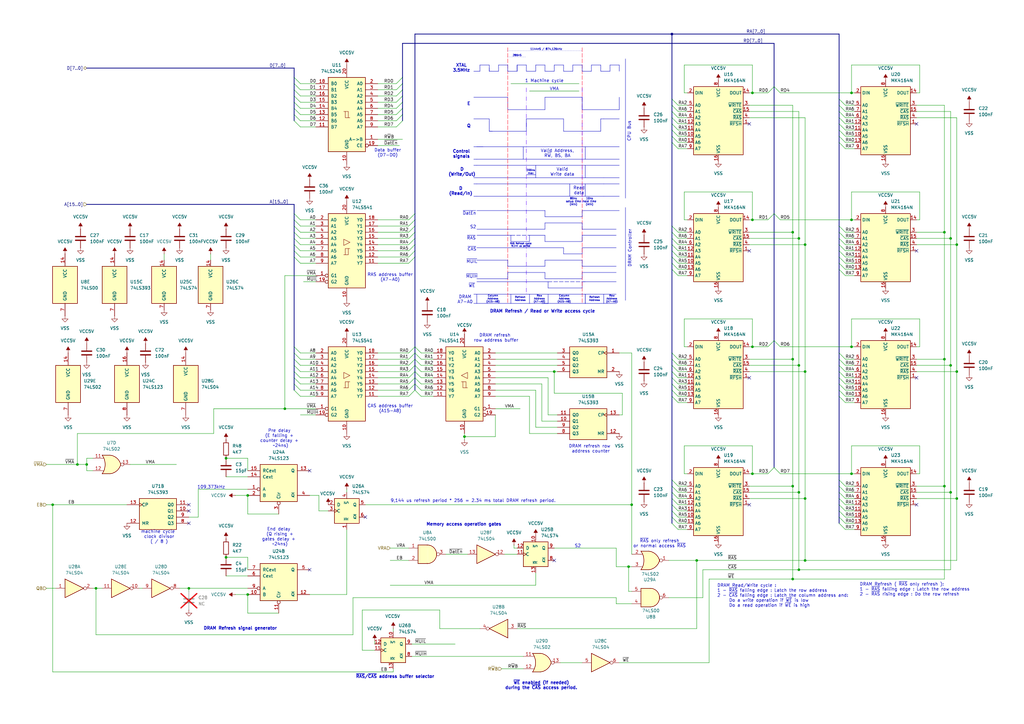
<source format=kicad_sch>
(kicad_sch (version 20250114) (generator "eeschema") (generator_version "9.0")
  (paper "A3")
  (title_block (title "Apollo 7 Squale - DRAM controller and 64KB of DRAM ") (date "2025-08-24") (rev "0.1") (comment 1 "http://hxc2001.free.fr/Squale/") (comment 2 "CC-BY Licence (Creative Commons Attribution)") (comment 3 "Drawn by Jean-François DEL NERO"))
  (text "Q" (at 192.278 51.816 0) (effects (font (size 1.27 1.27) (thickness 0.254) (bold yes))))
  (text "S2\n" (at 194.056 93.218 0) (effects (font (size 1.27 1.27))))
  (text "CPU Bus" (at 258.064 53.848 90) (effects (font (size 1.27 1.27))))
  (text "~{WE}" (at 193.548 117.348 0) (effects (font (size 1.27 1.27))))
  (text "Control\nsignals" (at 189.23 63.246 0) (effects (font (size 1.27 1.27) (thickness 0.254) (bold yes))))
  (text "Read\ndata" (at 237.49 78.232 0) (effects (font (size 1.27 1.27))))
  (text "DRAM refresh \nrow address buffer" (at 203.454 138.684 0) (effects (font (size 1.27 1.27))))
  (text "RAS address buffer\n(A7-A0)" (at 160.02 113.792 0) (effects (font (size 1.27 1.27))))
  (text "Memory access operation gates" (at 190.246 215.138 0) (effects (font (size 1.27 1.27) (thickness 0.254) (bold yes))))
  (text "~{RAS} only refresh\nor normal access ~{RAS}" (at 270.51 223.012 0) (effects (font (size 1.27 1.27))))
  (text "Column\nAddress\n(A15-A8)" (at 231.394 122.682 0) (effects (font (size 0.762 0.762))))
  (text "Valid\nWrite data" (at 230.632 70.612 0) (effects (font (size 1.27 1.27))))
  (text "109,373kHz" (at 86.614 199.898 0) (effects (font (size 1.27 1.27))))
  (text "~{RAS}" (at 193.294 97.79 0) (effects (font (size 1.27 1.27))))
  (text "CAS address buffer\n(A15-A8)" (at 160.02 167.64 0) (effects (font (size 1.27 1.27))))
  (text "XTAL\n3.5MHz" (at 189.23 27.94 0) (effects (font (size 1.27 1.27) (thickness 0.254) (bold yes))))
  (text "S2\n" (at 236.982 224.028 0) (effects (font (size 1.27 1.27))))
  (text "Row\nAddress\n(A7-A0)" (at 221.234 122.682 0) (effects (font (size 0.762 0.762))))
  (text "286nS" (at 212.09 22.86 0) (effects (font (size 0.762 0.762))))
  (text "machine cycle \nclock divisor\n( / 8 )\n" (at 65.278 220.218 0) (effects (font (size 1.27 1.27))))
  (text "Valid Address,\nR~{W}, BS, BA" (at 228.6 62.992 0) (effects (font (size 1.27 1.27))))
  (text "DRAM Controller" (at 258.318 101.854 90) (effects (font (size 1.27 1.27))))
  (text "Row\nAddress\n(A7-A0)" (at 250.952 122.682 0) (effects (font (size 0.762 0.762))))
  (text "DRAM refresh row \naddress counter" (at 242.316 184.15 0) (effects (font (size 1.27 1.27))))
  (text "D\n(Read/In)" (at 188.976 78.486 0) (effects (font (size 1.27 1.27) (thickness 0.254) (bold yes))))
  (text "D\n(Write/Out)" (at 189.484 70.612 0) (effects (font (size 1.27 1.27) (thickness 0.254) (bold yes))))
  (text "~{WE} enabled (if needed)\nduring the ~{CAS} access period." (at 221.996 281.178 0) (effects (font (size 1.27 1.27) (thickness 0.254) (bold yes))))
  (text "~{MUIH}" (at 193.548 113.538 0) (effects (font (size 1.27 1.27))))
  (text "End delay \n(Q rising +\ngates delay + \n~24ns)\n" (at 114.808 220.218 0) (effects (font (size 1.27 1.27))))
  (text "~{MUIL}" (at 193.548 107.442 0) (effects (font (size 1.27 1.27))))
  (text "200ns\nmax" (at 217.678 70.612 0) (effects (font (size 0.762 0.762))))
  (text "~{DatEn}" (at 192.532 87.63 0) (effects (font (size 1.27 1.27))))
  (text "DRAM\nA7-A0" (at 190.754 122.936 0) (effects (font (size 1.27 1.27))))
  (text "Refresh\nAddress" (at 243.84 122.682 0) (effects (font (size 0.762 0.762))))
  (text "Column\nAddress\n(A15-A8)" (at 202.184 122.682 0) (effects (font (size 0.762 0.762))))
  (text "9,144 us refresh period * 256 = 2.34 ms total DRAM refresh period." (at 194.056 205.486 0) (effects (font (size 1.27 1.27))))
  (text "10ns\nhold time\n(min)" (at 241.808 82.804 0) (effects (font (size 0.762 0.762))))
  (text "VMA" (at 227.33 36.576 0) (effects (font (size 1.27 1.27))))
  (text "DRAM Refresh signal generator" (at 98.552 257.81 0) (effects (font (size 1.27 1.27) (thickness 0.254) (bold yes))))
  (text "DRAM Refresh ( ~{RAS} only refresh ):\n1 - ~{RAS} falling edge : Latch the row address\n2 - ~{RAS} rising edge : Do the row refresh\n" (at 352.552 241.808 0) (effects (font (size 1.27 1.27)) (justify left)))
  (text "~{RAS}/~{CAS} address buffer selector" (at 162.052 277.622 0) (effects (font (size 1.27 1.27) (thickness 0.254) (bold yes))))
  (text "1 Machine cycle" (at 223.266 33.274 0) (effects (font (size 1.27 1.27))))
  (text "Data buffer\n(D7-D0)" (at 159.004 62.738 0) (effects (font (size 1.27 1.27))))
  (text "E" (at 192.278 42.672 0) (effects (font (size 1.27 1.27) (thickness 0.254) (bold yes))))
  (text "80ns\nsetup time\n(min)" (at 235.204 82.804 0) (effects (font (size 0.762 0.762))))
  (text "DRAM Refresh / Read or Write access cycle" (at 222.504 127.762 0) (effects (font (size 1.27 1.27) (thickness 0.254) (bold yes))))
  (text "DRAM Read/Write cycle :\n1 - ~{RAS} falling edge : Latch the row address\n2 - ~{CAS} falling edge : Latch the column address and:\n     Do a write operation if ~{WE} is low\n     Do a read operation if ~{WE} is high\n" (at 294.132 244.348 0) (effects (font (size 1.27 1.27)) (justify left)))
  (text "Refresh\nAddress" (at 213.36 122.682 0) (effects (font (size 0.762 0.762))))
  (text "Pre delay \n(E falling + \ncounter delay + \n~24ns)\n" (at 115.062 179.832 0) (effects (font (size 1.27 1.27))))
  (text "1144nS / 874,126kHz" (at 224.028 20.32 0) (effects (font (size 0.762 0.762))))
  (text "RAS Refresh cycle\n9,144 us period" (at 213.614 100.584 0) (effects (font (size 0.635 0.635))))
  (text "~{CAS}" (at 193.548 102.362 0) (effects (font (size 1.27 1.27))))
  (junction (at 257.81 232.41))
  (junction (at 325.12 95.25))
  (junction (at 285.75 229.87))
  (junction (at 259.08 207.01))
  (junction (at 325.12 237.49))
  (junction (at 327.66 201.93))
  (junction (at 116.84 167.64))
  (junction (at 21.59 207.01))
  (junction (at 387.35 95.25))
  (junction (at 92.71 228.6))
  (junction (at 392.43 100.33))
  (junction (at 387.35 199.39))
  (junction (at 349.25 142.24))
  (junction (at 308.61 142.24))
  (junction (at 35.56 190.5))
  (junction (at 389.89 97.79))
  (junction (at 308.61 38.1))
  (junction (at 387.35 147.32))
  (junction (at 330.2 204.47))
  (junction (at 77.47 241.3))
  (junction (at 101.6 203.2))
  (junction (at 308.61 194.31))
  (junction (at 190.5 179.07))
  (junction (at 392.43 204.47))
  (junction (at 31.75 190.5))
  (junction (at 389.89 201.93))
  (junction (at 392.43 152.4))
  (junction (at 349.25 38.1))
  (junction (at 92.71 187.96))
  (junction (at 227.33 152.4))
  (junction (at 101.6 243.84))
  (junction (at 325.12 199.39))
  (junction (at 389.89 149.86))
  (junction (at 349.25 90.17))
  (junction (at 39.37 241.3))
  (junction (at 308.61 90.17))
  (junction (at 327.66 97.79))
  (junction (at 349.25 194.31))
  (junction (at 327.66 233.68))
  (junction (at 330.2 229.87))
  (junction (at 330.2 152.4))
  (junction (at 275.59 13.97))
  (junction (at 325.12 147.32))
  (junction (at 330.2 100.33))
  (junction (at 327.66 149.86))
  (no_connect (at 227.33 229.87))
  (no_connect (at 375.92 102.87))
  (no_connect (at 77.47 214.63))
  (no_connect (at 307.34 207.01))
  (no_connect (at 127 233.68))
  (no_connect (at 375.92 154.94))
  (no_connect (at 127 193.04))
  (no_connect (at 77.47 209.55))
  (no_connect (at 375.92 50.8))
  (no_connect (at 307.34 50.8))
  (no_connect (at 375.92 207.01))
  (no_connect (at 307.34 154.94))
  (no_connect (at 149.86 212.09))
  (no_connect (at 307.34 102.87))
  (no_connect (at 77.47 207.01))
  (bus_entry (at 120.65 102.87) (size 2.54 2.54))
  (bus_entry (at 167.64 107.95) (size 2.54 -2.54))
  (bus_entry (at 167.64 154.94) (size 2.54 -2.54))
  (bus_entry (at 275.59 55.88) (size 2.54 2.54))
  (bus_entry (at 167.64 147.32) (size 2.54 -2.54))
  (bus_entry (at 275.59 97.79) (size 2.54 2.54))
  (bus_entry (at 275.59 207.01) (size 2.54 2.54))
  (bus_entry (at 344.17 40.64) (size 2.54 2.54))
  (bus_entry (at 314.96 142.24) (size 2.54 -2.54))
  (bus_entry (at 170.18 157.48) (size 2.54 2.54))
  (bus_entry (at 344.17 201.93) (size 2.54 2.54))
  (bus_entry (at 275.59 43.18) (size 2.54 2.54))
  (bus_entry (at 275.59 48.26) (size 2.54 2.54))
  (bus_entry (at 167.64 100.33) (size 2.54 -2.54))
  (bus_entry (at 167.64 160.02) (size 2.54 -2.54))
  (bus_entry (at 344.17 149.86) (size 2.54 2.54))
  (bus_entry (at 275.59 199.39) (size 2.54 2.54))
  (bus_entry (at 344.17 154.94) (size 2.54 2.54))
  (bus_entry (at 120.65 31.75) (size 2.54 2.54))
  (bus_entry (at 162.56 46.99) (size 2.54 -2.54))
  (bus_entry (at 120.65 142.24) (size 2.54 2.54))
  (bus_entry (at 275.59 105.41) (size 2.54 2.54))
  (bus_entry (at 170.18 142.24) (size 2.54 2.54))
  (bus_entry (at 120.65 92.71) (size 2.54 2.54))
  (bus_entry (at 275.59 201.93) (size 2.54 2.54))
  (bus_entry (at 275.59 50.8) (size 2.54 2.54))
  (bus_entry (at 275.59 160.02) (size 2.54 2.54))
  (bus_entry (at 314.96 38.1) (size 2.54 -2.54))
  (bus_entry (at 344.17 212.09) (size 2.54 2.54))
  (bus_entry (at 275.59 144.78) (size 2.54 2.54))
  (bus_entry (at 120.65 44.45) (size 2.54 2.54))
  (bus_entry (at 120.65 95.25) (size 2.54 2.54))
  (bus_entry (at 344.17 144.78) (size 2.54 2.54))
  (bus_entry (at 120.65 46.99) (size 2.54 2.54))
  (bus_entry (at 120.65 100.33) (size 2.54 2.54))
  (bus_entry (at 275.59 95.25) (size 2.54 2.54))
  (bus_entry (at 275.59 152.4) (size 2.54 2.54))
  (bus_entry (at 275.59 45.72) (size 2.54 2.54))
  (bus_entry (at 275.59 110.49) (size 2.54 2.54))
  (bus_entry (at 275.59 214.63) (size 2.54 2.54))
  (bus_entry (at 314.96 194.31) (size 2.54 -2.54))
  (bus_entry (at 170.18 144.78) (size 2.54 2.54))
  (bus_entry (at 344.17 105.41) (size 2.54 2.54))
  (bus_entry (at 344.17 157.48) (size 2.54 2.54))
  (bus_entry (at 170.18 154.94) (size 2.54 2.54))
  (bus_entry (at 344.17 160.02) (size 2.54 2.54))
  (bus_entry (at 275.59 149.86) (size 2.54 2.54))
  (bus_entry (at 120.65 105.41) (size 2.54 2.54))
  (bus_entry (at 162.56 44.45) (size 2.54 -2.54))
  (bus_entry (at 167.64 97.79) (size 2.54 -2.54))
  (bus_entry (at 167.64 105.41) (size 2.54 -2.54))
  (bus_entry (at 314.96 90.17) (size 2.54 -2.54))
  (bus_entry (at 344.17 209.55) (size 2.54 2.54))
  (bus_entry (at 275.59 204.47) (size 2.54 2.54))
  (bus_entry (at 275.59 147.32) (size 2.54 2.54))
  (bus_entry (at 275.59 154.94) (size 2.54 2.54))
  (bus_entry (at 120.65 160.02) (size 2.54 2.54))
  (bus_entry (at 120.65 39.37) (size 2.54 2.54))
  (bus_entry (at 344.17 43.18) (size 2.54 2.54))
  (bus_entry (at 275.59 92.71) (size 2.54 2.54))
  (bus_entry (at 320.04 38.1) (size -2.54 -2.54))
  (bus_entry (at 120.65 97.79) (size 2.54 2.54))
  (bus_entry (at 167.64 157.48) (size 2.54 -2.54))
  (bus_entry (at 344.17 199.39) (size 2.54 2.54))
  (bus_entry (at 167.64 92.71) (size 2.54 -2.54))
  (bus_entry (at 120.65 36.83) (size 2.54 2.54))
  (bus_entry (at 344.17 48.26) (size 2.54 2.54))
  (bus_entry (at 120.65 152.4) (size 2.54 2.54))
  (bus_entry (at 120.65 87.63) (size 2.54 2.54))
  (bus_entry (at 170.18 152.4) (size 2.54 2.54))
  (bus_entry (at 162.56 39.37) (size 2.54 -2.54))
  (bus_entry (at 344.17 102.87) (size 2.54 2.54))
  (bus_entry (at 170.18 147.32) (size 2.54 2.54))
  (bus_entry (at 167.64 152.4) (size 2.54 -2.54))
  (bus_entry (at 120.65 90.17) (size 2.54 2.54))
  (bus_entry (at 344.17 196.85) (size 2.54 2.54))
  (bus_entry (at 275.59 100.33) (size 2.54 2.54))
  (bus_entry (at 275.59 58.42) (size 2.54 2.54))
  (bus_entry (at 120.65 147.32) (size 2.54 2.54))
  (bus_entry (at 344.17 92.71) (size 2.54 2.54))
  (bus_entry (at 275.59 40.64) (size 2.54 2.54))
  (bus_entry (at 120.65 157.48) (size 2.54 2.54))
  (bus_entry (at 120.65 149.86) (size 2.54 2.54))
  (bus_entry (at 275.59 157.48) (size 2.54 2.54))
  (bus_entry (at 162.56 49.53) (size 2.54 -2.54))
  (bus_entry (at 344.17 214.63) (size 2.54 2.54))
  (bus_entry (at 344.17 207.01) (size 2.54 2.54))
  (bus_entry (at 275.59 107.95) (size 2.54 2.54))
  (bus_entry (at 170.18 160.02) (size 2.54 2.54))
  (bus_entry (at 167.64 102.87) (size 2.54 -2.54))
  (bus_entry (at 320.04 90.17) (size -2.54 -2.54))
  (bus_entry (at 167.64 95.25) (size 2.54 -2.54))
  (bus_entry (at 320.04 194.31) (size -2.54 -2.54))
  (bus_entry (at 344.17 162.56) (size 2.54 2.54))
  (bus_entry (at 120.65 49.53) (size 2.54 2.54))
  (bus_entry (at 167.64 149.86) (size 2.54 -2.54))
  (bus_entry (at 275.59 196.85) (size 2.54 2.54))
  (bus_entry (at 344.17 107.95) (size 2.54 2.54))
  (bus_entry (at 344.17 95.25) (size 2.54 2.54))
  (bus_entry (at 170.18 149.86) (size 2.54 2.54))
  (bus_entry (at 167.64 162.56) (size 2.54 -2.54))
  (bus_entry (at 275.59 102.87) (size 2.54 2.54))
  (bus_entry (at 275.59 53.34) (size 2.54 2.54))
  (bus_entry (at 120.65 154.94) (size 2.54 2.54))
  (bus_entry (at 344.17 152.4) (size 2.54 2.54))
  (bus_entry (at 120.65 144.78) (size 2.54 2.54))
  (bus_entry (at 162.56 41.91) (size 2.54 -2.54))
  (bus_entry (at 344.17 100.33) (size 2.54 2.54))
  (bus_entry (at 275.59 212.09) (size 2.54 2.54))
  (bus_entry (at 344.17 110.49) (size 2.54 2.54))
  (bus_entry (at 344.17 147.32) (size 2.54 2.54))
  (bus_entry (at 120.65 41.91) (size 2.54 2.54))
  (bus_entry (at 275.59 209.55) (size 2.54 2.54))
  (bus_entry (at 344.17 53.34) (size 2.54 2.54))
  (bus_entry (at 344.17 204.47) (size 2.54 2.54))
  (bus_entry (at 344.17 55.88) (size 2.54 2.54))
  (bus_entry (at 320.04 142.24) (size -2.54 -2.54))
  (bus_entry (at 344.17 58.42) (size 2.54 2.54))
  (bus_entry (at 120.65 34.29) (size 2.54 2.54))
  (bus_entry (at 344.17 97.79) (size 2.54 2.54))
  (bus_entry (at 162.56 36.83) (size 2.54 -2.54))
  (bus_entry (at 167.64 144.78) (size 2.54 -2.54))
  (bus_entry (at 344.17 45.72) (size 2.54 2.54))
  (bus_entry (at 344.17 50.8) (size 2.54 2.54))
  (bus_entry (at 275.59 162.56) (size 2.54 2.54))
  (bus_entry (at 162.56 34.29) (size 2.54 -2.54))
  (bus_entry (at 162.56 52.07) (size 2.54 -2.54))
  (bus_entry (at 167.64 90.17) (size 2.54 -2.54))
  (wire (pts (xy 87.63 167.64) (xy 116.84 167.64)))
  (wire (pts (xy 154.94 44.45) (xy 162.56 44.45)))
  (bus (pts (xy 170.18 144.78) (xy 170.18 147.32)))
  (bus (pts (xy 120.65 46.99) (xy 120.65 44.45)))
  (bus (pts (xy 170.18 102.87) (xy 170.18 105.41)))
  (wire (pts (xy 21.59 207.01) (xy 21.59 275.59)))
  (wire (pts (xy 308.61 182.88) (xy 308.61 194.31)))
  (wire (pts (xy 180.34 257.81) (xy 196.85 257.81)))
  (wire (pts (xy 203.2 149.86) (xy 228.6 149.86)))
  (bus (pts (xy 120.65 144.78) (xy 120.65 142.24)))
  (bus (pts (xy 165.1 17.78) (xy 165.1 31.75)))
  (wire (pts (xy 346.71 53.34) (xy 350.52 53.34)))
  (wire (pts (xy 127 243.84) (xy 142.24 243.84)))
  (wire (pts (xy 307.34 38.1) (xy 308.61 38.1)))
  (polyline (pts (xy 240.03 60.198) (xy 240.03 65.278)))
  (bus (pts (xy 165.1 36.83) (xy 165.1 34.29)))
  (wire (pts (xy 149.86 207.01) (xy 259.08 207.01)))
  (polyline (pts (xy 194.31 80.518) (xy 195.58 80.518)))
  (polyline (pts (xy 224.79 118.11) (xy 238.76 118.11)))
  (polyline (pts (xy 231.14 48.768) (xy 231.14 53.848)))
  (wire (pts (xy 308.61 38.1) (xy 314.96 38.1)))
  (bus (pts (xy 275.59 97.79) (xy 275.59 95.25)))
  (wire (pts (xy 278.13 50.8) (xy 281.94 50.8)))
  (bus (pts (xy 120.65 90.17) (xy 120.65 87.63)))
  (polyline (pts (xy 204.47 26.67) (xy 208.28 26.67)))
  (polyline (pts (xy 195.58 86.36) (xy 223.52 86.36)))
  (wire (pts (xy 254 144.78) (xy 259.08 144.78)))
  (wire (pts (xy 281.94 38.1) (xy 280.67 38.1)))
  (bus (pts (xy 165.1 46.99) (xy 165.1 44.45)))
  (wire (pts (xy 148.59 266.7) (xy 148.59 250.19)))
  (wire (pts (xy 154.94 162.56) (xy 167.64 162.56)))
  (wire (pts (xy 389.89 45.72) (xy 389.89 97.79)))
  (bus (pts (xy 344.17 147.32) (xy 344.17 149.86)))
  (wire (pts (xy 349.25 182.88) (xy 377.19 182.88)))
  (wire (pts (xy 307.34 97.79) (xy 327.66 97.79)))
  (polyline (pts (xy 238.76 109.22) (xy 252.73 109.22)))
  (wire (pts (xy 142.24 200.66) (xy 142.24 201.93)))
  (polyline (pts (xy 194.31 67.818) (xy 195.58 67.818)))
  (polyline (pts (xy 223.52 109.22) (xy 223.52 106.68)))
  (polyline (pts (xy 208.28 115.57) (xy 208.28 115.57)))
  (wire (pts (xy 67.31 104.14) (xy 67.31 106.68)))
  (wire (pts (xy 389.89 233.68) (xy 389.89 201.93)))
  (wire (pts (xy 280.67 182.88) (xy 308.61 182.88)))
  (polyline (pts (xy 224.79 115.57) (xy 240.03 115.57)) (stroke (width 0) (type dash)))
  (wire (pts (xy 387.35 147.32) (xy 387.35 95.25)))
  (polyline (pts (xy 208.28 29.21) (xy 212.09 29.21)))
  (wire (pts (xy 377.19 182.88) (xy 377.19 194.31)))
  (wire (pts (xy 278.13 149.86) (xy 281.94 149.86)))
  (bus (pts (xy 275.59 110.49) (xy 275.59 144.78)))
  (bus (pts (xy 170.18 157.48) (xy 170.18 160.02)))
  (bus (pts (xy 120.65 100.33) (xy 120.65 97.79)))
  (wire (pts (xy 172.72 152.4) (xy 177.8 152.4)))
  (bus (pts (xy 275.59 43.18) (xy 275.59 45.72)))
  (bus (pts (xy 317.5 87.63) (xy 317.5 139.7)))
  (polyline (pts (xy 195.58 60.198) (xy 254 60.198)))
  (polyline (pts (xy 238.76 106.68) (xy 238.76 109.22)))
  (wire (pts (xy 81.28 200.66) (xy 101.6 200.66)))
  (polyline (pts (xy 240.03 120.65) (xy 240.03 124.46)))
  (wire (pts (xy 278.13 204.47) (xy 281.94 204.47)))
  (polyline (pts (xy 223.52 96.52) (xy 223.52 99.06)))
  (polyline (pts (xy 250.19 26.67) (xy 250.19 29.21)))
  (wire (pts (xy 278.13 160.02) (xy 281.94 160.02)))
  (wire (pts (xy 53.34 190.5) (xy 72.39 190.5)))
  (wire (pts (xy 123.19 170.18) (xy 129.54 170.18)))
  (wire (pts (xy 38.1 241.3) (xy 39.37 241.3)))
  (polyline (pts (xy 254 39.878) (xy 254 44.958)))
  (bus (pts (xy 344.17 43.18) (xy 344.17 45.72)))
  (bus (pts (xy 344.17 110.49) (xy 344.17 144.78)))
  (polyline (pts (xy 194.31 48.768) (xy 200.66 48.768)))
  (bus (pts (xy 120.65 157.48) (xy 120.65 154.94)))
  (polyline (pts (xy 200.66 53.848) (xy 201.93 53.848)))
  (wire (pts (xy 180.34 250.19) (xy 180.34 257.81)))
  (polyline (pts (xy 238.76 91.44) (xy 238.76 93.98)))
  (polyline (pts (xy 224.79 124.46) (xy 222.25 124.46)))
  (wire (pts (xy 257.81 242.57) (xy 259.08 242.57)))
  (wire (pts (xy 346.71 110.49) (xy 350.52 110.49)))
  (wire (pts (xy 92.71 236.22) (xy 101.6 236.22)))
  (polyline (pts (xy 238.76 104.14) (xy 238.76 101.6)))
  (wire (pts (xy 278.13 207.01) (xy 281.94 207.01)))
  (bus (pts (xy 275.59 199.39) (xy 275.59 201.93)))
  (bus (pts (xy 275.59 160.02) (xy 275.59 162.56)))
  (wire (pts (xy 375.92 48.26) (xy 392.43 48.26)))
  (wire (pts (xy 222.25 172.72) (xy 228.6 172.72)))
  (wire (pts (xy 375.92 152.4) (xy 392.43 152.4)))
  (bus (pts (xy 120.65 31.75) (xy 120.65 27.94)))
  (polyline (pts (xy 247.65 72.898) (xy 254 72.898)))
  (wire (pts (xy 346.71 209.55) (xy 350.52 209.55)))
  (wire (pts (xy 38.1 193.04) (xy 35.56 193.04)))
  (wire (pts (xy 161.29 275.59) (xy 161.29 274.32)))
  (polyline (pts (xy 208.28 111.76) (xy 208.28 111.76)))
  (bus (pts (xy 170.18 142.24) (xy 170.18 144.78)))
  (polyline (pts (xy 223.52 86.36) (xy 223.52 86.36)))
  (bus (pts (xy 344.17 196.85) (xy 344.17 199.39)))
  (bus (pts (xy 344.17 58.42) (xy 344.17 92.71)))
  (wire (pts (xy 375.92 97.79) (xy 389.89 97.79)))
  (wire (pts (xy 154.94 59.69) (xy 163.83 59.69)))
  (wire (pts (xy 123.19 100.33) (xy 129.54 100.33)))
  (polyline (pts (xy 223.52 86.36) (xy 223.52 88.9)))
  (bus (pts (xy 344.17 105.41) (xy 344.17 107.95)))
  (wire (pts (xy 210.82 224.79) (xy 210.82 223.52)))
  (wire (pts (xy 307.34 201.93) (xy 327.66 201.93)))
  (wire (pts (xy 160.02 224.79) (xy 167.64 224.79)))
  (bus (pts (xy 275.59 40.64) (xy 275.59 43.18)))
  (wire (pts (xy 160.02 229.87) (xy 167.64 229.87)))
  (bus (pts (xy 275.59 152.4) (xy 275.59 154.94)))
  (polyline (pts (xy 238.76 44.958) (xy 254 44.958)))
  (polyline (pts (xy 246.38 29.21) (xy 250.19 29.21)))
  (wire (pts (xy 96.52 243.84) (xy 101.6 243.84)))
  (wire (pts (xy 288.29 233.68) (xy 327.66 233.68)))
  (wire (pts (xy 389.89 97.79) (xy 389.89 149.86)))
  (polyline (pts (xy 223.52 29.21) (xy 227.33 29.21)))
  (wire (pts (xy 278.13 58.42) (xy 281.94 58.42)))
  (bus (pts (xy 275.59 212.09) (xy 275.59 214.63)))
  (bus (pts (xy 120.65 92.71) (xy 120.65 90.17)))
  (wire (pts (xy 346.71 107.95) (xy 350.52 107.95)))
  (bus (pts (xy 275.59 147.32) (xy 275.59 149.86)))
  (polyline (pts (xy 195.58 115.57) (xy 208.28 115.57)))
  (wire (pts (xy 278.13 199.39) (xy 281.94 199.39)))
  (wire (pts (xy 154.94 95.25) (xy 167.64 95.25)))
  (bus (pts (xy 35.56 27.94) (xy 120.65 27.94)))
  (polyline (pts (xy 215.9 26.67) (xy 215.9 29.21)))
  (polyline (pts (xy 195.58 60.198) (xy 198.12 60.198)))
  (polyline (pts (xy 247.65 120.65) (xy 247.65 124.46)))
  (wire (pts (xy 217.17 177.8) (xy 217.17 162.56)))
  (wire (pts (xy 123.19 147.32) (xy 129.54 147.32)))
  (wire (pts (xy 39.37 241.3) (xy 41.91 241.3)))
  (wire (pts (xy 278.13 214.63) (xy 281.94 214.63)))
  (wire (pts (xy 327.66 201.93) (xy 327.66 233.68)))
  (wire (pts (xy 92.71 228.6) (xy 101.6 228.6)))
  (bus (pts (xy 275.59 50.8) (xy 275.59 53.34)))
  (wire (pts (xy 219.71 160.02) (xy 219.71 175.26)))
  (wire (pts (xy 278.13 165.1) (xy 281.94 165.1)))
  (polyline (pts (xy 208.28 114.3) (xy 208.28 111.76)))
  (wire (pts (xy 278.13 162.56) (xy 281.94 162.56)))
  (wire (pts (xy 203.2 170.18) (xy 203.2 179.07)))
  (wire (pts (xy 346.71 157.48) (xy 350.52 157.48)))
  (bus (pts (xy 344.17 95.25) (xy 344.17 97.79)))
  (polyline (pts (xy 238.76 36.068) (xy 238.76 83.058)) (stroke (width 0) (type dash_dot_dot) (color 91 0 255 1)))
  (wire (pts (xy 375.92 45.72) (xy 389.89 45.72)))
  (wire (pts (xy 308.61 90.17) (xy 314.96 90.17)))
  (wire (pts (xy 127 203.2) (xy 130.81 203.2)))
  (wire (pts (xy 346.71 113.03) (xy 350.52 113.03)))
  (bus (pts (xy 275.59 144.78) (xy 275.59 147.32)))
  (wire (pts (xy 35.56 193.04) (xy 35.56 190.5)))
  (polyline (pts (xy 209.55 99.06) (xy 209.55 96.52)))
  (wire (pts (xy 346.71 50.8) (xy 350.52 50.8)))
  (bus (pts (xy 344.17 107.95) (xy 344.17 110.49)))
  (polyline (pts (xy 200.66 29.21) (xy 204.47 29.21)))
  (wire (pts (xy 325.12 199.39) (xy 307.34 199.39)))
  (polyline (pts (xy 200.66 53.848) (xy 201.93 53.848)))
  (bus (pts (xy 275.59 105.41) (xy 275.59 102.87)))
  (wire (pts (xy 123.19 34.29) (xy 129.54 34.29)))
  (wire (pts (xy 154.94 52.07) (xy 162.56 52.07)))
  (wire (pts (xy 280.67 26.67) (xy 280.67 38.1)))
  (wire (pts (xy 255.27 161.29) (xy 227.33 161.29)))
  (wire (pts (xy 254 271.78) (xy 290.83 271.78)))
  (bus (pts (xy 275.59 58.42) (xy 275.59 92.71)))
  (wire (pts (xy 375.92 100.33) (xy 392.43 100.33)))
  (wire (pts (xy 203.2 160.02) (xy 219.71 160.02)))
  (wire (pts (xy 349.25 78.74) (xy 377.19 78.74)))
  (bus (pts (xy 344.17 152.4) (xy 344.17 154.94)))
  (wire (pts (xy 278.13 212.09) (xy 281.94 212.09)))
  (wire (pts (xy 160.02 240.03) (xy 219.71 240.03)))
  (polyline (pts (xy 238.76 118.11) (xy 238.76 115.57)))
  (wire (pts (xy 123.19 90.17) (xy 129.54 90.17)))
  (wire (pts (xy 346.71 58.42) (xy 350.52 58.42)))
  (polyline (pts (xy 223.52 99.06) (xy 238.76 99.06)))
  (wire (pts (xy 227.33 152.4) (xy 228.6 152.4)))
  (bus (pts (xy 344.17 149.86) (xy 344.17 152.4)))
  (bus (pts (xy 344.17 100.33) (xy 344.17 102.87)))
  (wire (pts (xy 375.92 90.17) (xy 377.19 90.17)))
  (bus (pts (xy 344.17 204.47) (xy 344.17 207.01)))
  (wire (pts (xy 392.43 229.87) (xy 392.43 204.47)))
  (polyline (pts (xy 195.58 93.98) (xy 223.52 93.98)))
  (wire (pts (xy 154.94 100.33) (xy 167.64 100.33)))
  (wire (pts (xy 377.19 78.74) (xy 377.19 90.17)))
  (wire (pts (xy 123.19 102.87) (xy 129.54 102.87)))
  (wire (pts (xy 190.5 180.34) (xy 190.5 179.07)))
  (wire (pts (xy 346.71 105.41) (xy 350.52 105.41)))
  (wire (pts (xy 123.19 52.07) (xy 129.54 52.07)))
  (wire (pts (xy 280.67 130.81) (xy 280.67 142.24)))
  (bus (pts (xy 344.17 199.39) (xy 344.17 201.93)))
  (wire (pts (xy 281.94 194.31) (xy 280.67 194.31)))
  (bus (pts (xy 344.17 97.79) (xy 344.17 100.33)))
  (bus (pts (xy 344.17 162.56) (xy 344.17 196.85)))
  (wire (pts (xy 153.67 264.16) (xy 153.67 262.89)))
  (wire (pts (xy 346.71 204.47) (xy 350.52 204.47)))
  (wire (pts (xy 203.2 179.07) (xy 190.5 179.07)))
  (wire (pts (xy 21.59 275.59) (xy 161.29 275.59)))
  (wire (pts (xy 154.94 97.79) (xy 167.64 97.79)))
  (wire (pts (xy 154.94 149.86) (xy 167.64 149.86)))
  (wire (pts (xy 123.19 92.71) (xy 129.54 92.71)))
  (wire (pts (xy 92.71 195.58) (xy 101.6 195.58)))
  (bus (pts (xy 170.18 154.94) (xy 170.18 157.48)))
  (bus (pts (xy 165.1 17.78) (xy 317.5 17.78)))
  (wire (pts (xy 101.6 193.04) (xy 101.6 187.96)))
  (bus (pts (xy 317.5 17.78) (xy 317.5 35.56)))
  (wire (pts (xy 307.34 90.17) (xy 308.61 90.17)))
  (polyline (pts (xy 214.63 60.198) (xy 214.63 65.278)))
  (wire (pts (xy 375.92 142.24) (xy 377.19 142.24)))
  (wire (pts (xy 154.94 41.91) (xy 162.56 41.91)))
  (wire (pts (xy 77.47 241.3) (xy 77.47 242.57)))
  (wire (pts (xy 123.19 41.91) (xy 129.54 41.91)))
  (wire (pts (xy 172.72 149.86) (xy 177.8 149.86)))
  (wire (pts (xy 280.67 130.81) (xy 308.61 130.81)))
  (polyline (pts (xy 208.28 44.958) (xy 223.52 44.958)))
  (wire (pts (xy 203.2 152.4) (xy 227.33 152.4)))
  (polyline (pts (xy 223.52 96.52) (xy 217.17 96.52)))
  (wire (pts (xy 31.75 177.8) (xy 87.63 177.8)))
  (wire (pts (xy 278.13 102.87) (xy 281.94 102.87)))
  (bus (pts (xy 275.59 209.55) (xy 275.59 212.09)))
  (wire (pts (xy 35.56 190.5) (xy 35.56 187.96)))
  (wire (pts (xy 307.34 152.4) (xy 330.2 152.4)))
  (wire (pts (xy 130.81 209.55) (xy 134.62 209.55)))
  (wire (pts (xy 123.19 152.4) (xy 129.54 152.4)))
  (wire (pts (xy 349.25 182.88) (xy 349.25 194.31)))
  (bus (pts (xy 275.59 95.25) (xy 275.59 92.71)))
  (polyline (pts (xy 231.14 53.848) (xy 246.38 53.848)))
  (polyline (pts (xy 256.54 85.09) (xy 256.54 123.19)))
  (polyline (pts (xy 208.28 109.22) (xy 208.28 109.22)))
  (polyline (pts (xy 234.95 26.67) (xy 234.95 29.21)))
  (wire (pts (xy 325.12 237.49) (xy 325.12 199.39)))
  (wire (pts (xy 290.83 237.49) (xy 325.12 237.49)))
  (polyline (pts (xy 223.52 88.9) (xy 238.76 88.9)))
  (bus (pts (xy 275.59 204.47) (xy 275.59 207.01)))
  (wire (pts (xy 203.2 147.32) (xy 228.6 147.32)))
  (polyline (pts (xy 208.28 20.828) (xy 238.76 20.828)) (stroke (width 0) (type dot)))
  (polyline (pts (xy 209.55 96.52) (xy 217.17 96.52)) (stroke (width 0) (type dash)))
  (wire (pts (xy 346.71 201.93) (xy 350.52 201.93)))
  (bus (pts (xy 275.59 196.85) (xy 275.59 199.39)))
  (wire (pts (xy 212.09 257.81) (xy 285.75 257.81)))
  (bus (pts (xy 344.17 160.02) (xy 344.17 162.56)))
  (bus (pts (xy 120.65 105.41) (xy 120.65 102.87)))
  (polyline (pts (xy 217.17 37.338) (xy 237.49 37.338)) (stroke (width 0) (type solid) (color 0 132 0 1)))
  (wire (pts (xy 330.2 229.87) (xy 392.43 229.87)))
  (wire (pts (xy 278.13 43.18) (xy 281.94 43.18)))
  (polyline (pts (xy 194.31 65.278) (xy 195.58 65.278)))
  (wire (pts (xy 375.92 38.1) (xy 377.19 38.1)))
  (wire (pts (xy 307.34 100.33) (xy 330.2 100.33)))
  (wire (pts (xy 375.92 199.39) (xy 387.35 199.39)))
  (wire (pts (xy 346.71 48.26) (xy 350.52 48.26)))
  (wire (pts (xy 73.66 241.3) (xy 77.47 241.3)))
  (wire (pts (xy 278.13 95.25) (xy 281.94 95.25)))
  (bus (pts (xy 170.18 90.17) (xy 170.18 92.71)))
  (wire (pts (xy 375.92 43.18) (xy 387.35 43.18)))
  (bus (pts (xy 275.59 149.86) (xy 275.59 152.4)))
  (wire (pts (xy 154.94 57.15) (xy 165.1 57.15)))
  (polyline (pts (xy 231.14 104.14) (xy 238.76 104.14)))
  (bus (pts (xy 120.65 142.24) (xy 120.65 105.41)))
  (polyline (pts (xy 217.17 99.06) (xy 209.55 99.06)))
  (wire (pts (xy 349.25 130.81) (xy 349.25 142.24)))
  (polyline (pts (xy 215.9 48.768) (xy 231.14 48.768)))
  (polyline (pts (xy 208.28 26.67) (xy 208.28 29.21)))
  (bus (pts (xy 275.59 162.56) (xy 275.59 196.85)))
  (wire (pts (xy 255.27 170.18) (xy 254 170.18)))
  (bus (pts (xy 344.17 144.78) (xy 344.17 147.32)))
  (bus (pts (xy 344.17 45.72) (xy 344.17 48.26)))
  (wire (pts (xy 124.46 115.57) (xy 129.54 115.57)))
  (polyline (pts (xy 194.31 124.46) (xy 252.73 124.46)))
  (wire (pts (xy 392.43 100.33) (xy 392.43 152.4)))
  (bus (pts (xy 344.17 13.97) (xy 344.17 40.64)))
  (bus (pts (xy 170.18 13.97) (xy 170.18 87.63)))
  (wire (pts (xy 327.66 97.79) (xy 327.66 149.86)))
  (wire (pts (xy 123.19 95.25) (xy 129.54 95.25)))
  (wire (pts (xy 307.34 48.26) (xy 330.2 48.26)))
  (wire (pts (xy 307.34 204.47) (xy 330.2 204.47)))
  (wire (pts (xy 101.6 210.82) (xy 114.3 210.82)))
  (wire (pts (xy 252.73 247.65) (xy 259.08 247.65)))
  (wire (pts (xy 307.34 147.32) (xy 325.12 147.32)))
  (wire (pts (xy 154.94 107.95) (xy 167.64 107.95)))
  (wire (pts (xy 346.71 147.32) (xy 350.52 147.32)))
  (polyline (pts (xy 208.28 19.558) (xy 208.28 124.46)) (stroke (width 0) (type dash) (color 255 4 27 1)))
  (bus (pts (xy 344.17 55.88) (xy 344.17 58.42)))
  (wire (pts (xy 278.13 60.96) (xy 281.94 60.96)))
  (wire (pts (xy 387.35 147.32) (xy 387.35 199.39)))
  (wire (pts (xy 278.13 154.94) (xy 281.94 154.94)))
  (wire (pts (xy 123.19 105.41) (xy 129.54 105.41)))
  (wire (pts (xy 148.59 266.7) (xy 153.67 266.7)))
  (polyline (pts (xy 254 86.36) (xy 238.76 86.36)))
  (wire (pts (xy 224.79 154.94) (xy 224.79 170.18)))
  (polyline (pts (xy 195.58 80.518) (xy 247.65 80.518)))
  (wire (pts (xy 172.72 144.78) (xy 177.8 144.78)))
  (polyline (pts (xy 195.58 106.68) (xy 208.28 106.68)))
  (wire (pts (xy 154.94 102.87) (xy 167.64 102.87)))
  (wire (pts (xy 346.71 199.39) (xy 350.52 199.39)))
  (bus (pts (xy 344.17 50.8) (xy 344.17 53.34)))
  (wire (pts (xy 154.94 49.53) (xy 162.56 49.53)))
  (wire (pts (xy 222.25 157.48) (xy 222.25 172.72)))
  (polyline (pts (xy 208.28 39.878) (xy 208.28 44.958)))
  (polyline (pts (xy 217.17 120.65) (xy 217.17 124.46)))
  (wire (pts (xy 123.19 154.94) (xy 129.54 154.94)))
  (wire (pts (xy 144.78 245.11) (xy 252.73 245.11)))
  (wire (pts (xy 278.13 55.88) (xy 281.94 55.88)))
  (bus (pts (xy 165.1 44.45) (xy 165.1 41.91)))
  (polyline (pts (xy 223.52 26.67) (xy 223.52 29.21)))
  (wire (pts (xy 346.71 154.94) (xy 350.52 154.94)))
  (bus (pts (xy 317.5 139.7) (xy 317.5 191.77)))
  (wire (pts (xy 203.2 167.64) (xy 213.36 167.64)))
  (bus (pts (xy 170.18 97.79) (xy 170.18 100.33)))
  (bus (pts (xy 35.56 83.82) (xy 120.65 83.82)))
  (wire (pts (xy 377.19 130.81) (xy 377.19 142.24)))
  (polyline (pts (xy 246.38 53.848) (xy 246.38 48.768)))
  (wire (pts (xy 346.71 45.72) (xy 350.52 45.72)))
  (wire (pts (xy 346.71 55.88) (xy 350.52 55.88)))
  (bus (pts (xy 120.65 87.63) (xy 120.65 83.82)))
  (wire (pts (xy 123.19 162.56) (xy 129.54 162.56)))
  (polyline (pts (xy 223.52 114.3) (xy 238.76 114.3)))
  (wire (pts (xy 101.6 251.46) (xy 101.6 243.84)))
  (bus (pts (xy 120.65 102.87) (xy 120.65 100.33)))
  (polyline (pts (xy 194.31 120.65) (xy 252.73 120.65)))
  (wire (pts (xy 278.13 110.49) (xy 281.94 110.49)))
  (polyline (pts (xy 195.58 67.818) (xy 254 67.818)))
  (wire (pts (xy 280.67 182.88) (xy 280.67 194.31)))
  (polyline (pts (xy 215.9 29.21) (xy 219.71 29.21)))
  (wire (pts (xy 280.67 78.74) (xy 280.67 90.17)))
  (polyline (pts (xy 231.14 29.21) (xy 234.95 29.21)))
  (polyline (pts (xy 238.76 93.98) (xy 252.73 93.98)))
  (wire (pts (xy 101.6 233.68) (xy 101.6 228.6)))
  (wire (pts (xy 182.88 227.33) (xy 191.77 227.33)))
  (wire (pts (xy 219.71 175.26) (xy 228.6 175.26)))
  (wire (pts (xy 58.42 241.3) (xy 57.15 241.3)))
  (wire (pts (xy 278.13 100.33) (xy 281.94 100.33)))
  (polyline (pts (xy 219.71 26.67) (xy 219.71 29.21)))
  (polyline (pts (xy 233.68 75.438) (xy 233.68 80.518)))
  (polyline (pts (xy 238.76 111.76) (xy 238.76 114.3)) (stroke (width 0) (type dot)))
  (wire (pts (xy 224.79 170.18) (xy 228.6 170.18)))
  (wire (pts (xy 375.92 194.31) (xy 377.19 194.31)))
  (polyline (pts (xy 209.55 120.65) (xy 209.55 124.46)))
  (wire (pts (xy 308.61 142.24) (xy 314.96 142.24)))
  (wire (pts (xy 320.04 38.1) (xy 349.25 38.1)))
  (wire (pts (xy 285.75 229.87) (xy 330.2 229.87)))
  (bus (pts (xy 344.17 212.09) (xy 344.17 214.63)))
  (bus (pts (xy 275.59 201.93) (xy 275.59 204.47)))
  (polyline (pts (xy 215.9 53.848) (xy 215.9 48.768)))
  (bus (pts (xy 120.65 39.37) (xy 120.65 36.83)))
  (wire (pts (xy 190.5 179.07) (xy 190.5 177.8)))
  (wire (pts (xy 123.19 149.86) (xy 129.54 149.86)))
  (polyline (pts (xy 219.71 26.67) (xy 223.52 26.67)))
  (wire (pts (xy 349.25 26.67) (xy 349.25 38.1)))
  (bus (pts (xy 344.17 201.93) (xy 344.17 204.47)))
  (wire (pts (xy 31.75 190.5) (xy 31.75 177.8)))
  (wire (pts (xy 227.33 224.79) (xy 252.73 224.79)))
  (wire (pts (xy 325.12 147.32) (xy 325.12 199.39)))
  (wire (pts (xy 154.94 105.41) (xy 167.64 105.41)))
  (polyline (pts (xy 195.58 72.898) (xy 247.65 72.898)))
  (wire (pts (xy 92.71 187.96) (xy 101.6 187.96)))
  (bus (pts (xy 275.59 48.26) (xy 275.59 50.8)))
  (wire (pts (xy 168.91 264.16) (xy 186.69 264.16)))
  (bus (pts (xy 275.59 105.41) (xy 275.59 107.95)))
  (bus (pts (xy 317.5 35.56) (xy 317.5 87.63)))
  (polyline (pts (xy 200.66 27.94) (xy 200.66 29.21)))
  (bus (pts (xy 120.65 36.83) (xy 120.65 34.29)))
  (wire (pts (xy 278.13 152.4) (xy 281.94 152.4)))
  (bus (pts (xy 275.59 110.49) (xy 275.59 107.95)))
  (bus (pts (xy 344.17 48.26) (xy 344.17 50.8)))
  (wire (pts (xy 349.25 26.67) (xy 377.19 26.67)))
  (bus (pts (xy 120.65 149.86) (xy 120.65 147.32)))
  (wire (pts (xy 252.73 224.79) (xy 252.73 232.41)))
  (wire (pts (xy 31.75 190.5) (xy 35.56 190.5)))
  (wire (pts (xy 227.33 161.29) (xy 227.33 152.4)))
  (polyline (pts (xy 224.79 120.65) (xy 224.79 124.46)))
  (wire (pts (xy 325.12 43.18) (xy 325.12 95.25)))
  (polyline (pts (xy 212.09 26.67) (xy 212.09 29.21)))
  (wire (pts (xy 207.01 227.33) (xy 212.09 227.33)))
  (bus (pts (xy 165.1 41.91) (xy 165.1 39.37)))
  (bus (pts (xy 120.65 147.32) (xy 120.65 144.78)))
  (wire (pts (xy 154.94 154.94) (xy 167.64 154.94)))
  (bus (pts (xy 120.65 97.79) (xy 120.65 95.25)))
  (wire (pts (xy 281.94 90.17) (xy 280.67 90.17)))
  (wire (pts (xy 154.94 147.32) (xy 167.64 147.32)))
  (wire (pts (xy 205.74 274.32) (xy 214.63 274.32)))
  (wire (pts (xy 346.71 212.09) (xy 350.52 212.09)))
  (polyline (pts (xy 238.76 111.76) (xy 238.76 114.3)))
  (polyline (pts (xy 195.58 101.6) (xy 231.14 101.6)))
  (wire (pts (xy 19.05 207.01) (xy 21.59 207.01)))
  (polyline (pts (xy 208.28 115.57) (xy 224.79 115.57)))
  (wire (pts (xy 280.67 78.74) (xy 308.61 78.74)))
  (bus (pts (xy 120.65 49.53) (xy 120.65 46.99)))
  (wire (pts (xy 257.81 232.41) (xy 257.81 242.57)))
  (wire (pts (xy 307.34 43.18) (xy 325.12 43.18)))
  (wire (pts (xy 375.92 149.86) (xy 389.89 149.86)))
  (polyline (pts (xy 238.76 101.6) (xy 252.73 101.6)))
  (bus (pts (xy 170.18 92.71) (xy 170.18 95.25)))
  (wire (pts (xy 346.71 165.1) (xy 350.52 165.1)))
  (bus (pts (xy 275.59 55.88) (xy 275.59 58.42)))
  (wire (pts (xy 288.29 245.11) (xy 288.29 233.68)))
  (wire (pts (xy 161.29 257.81) (xy 161.29 259.08)))
  (wire (pts (xy 350.52 90.17) (xy 349.25 90.17)))
  (wire (pts (xy 375.92 95.25) (xy 387.35 95.25)))
  (polyline (pts (xy 246.38 26.67) (xy 246.38 29.21)))
  (wire (pts (xy 346.71 160.02) (xy 350.52 160.02)))
  (wire (pts (xy 229.87 271.78) (xy 238.76 271.78)))
  (bus (pts (xy 275.59 100.33) (xy 275.59 97.79)))
  (bus (pts (xy 344.17 207.01) (xy 344.17 209.55)))
  (wire (pts (xy 307.34 149.86) (xy 327.66 149.86)))
  (polyline (pts (xy 200.66 53.848) (xy 200.66 48.768)))
  (wire (pts (xy 377.19 26.67) (xy 377.19 38.1)))
  (wire (pts (xy 172.72 154.94) (xy 177.8 154.94)))
  (wire (pts (xy 203.2 144.78) (xy 228.6 144.78)))
  (polyline (pts (xy 208.28 109.22) (xy 223.52 109.22)))
  (polyline (pts (xy 195.58 114.3) (xy 208.28 114.3)))
  (wire (pts (xy 259.08 207.01) (xy 259.08 227.33)))
  (polyline (pts (xy 200.66 26.67) (xy 200.66 29.21)))
  (wire (pts (xy 77.47 241.3) (xy 101.6 241.3)))
  (polyline (pts (xy 194.31 39.878) (xy 208.28 39.878)))
  (wire (pts (xy 116.84 113.03) (xy 116.84 167.64)))
  (polyline (pts (xy 223.52 111.76) (xy 223.52 114.3)))
  (wire (pts (xy 274.32 229.87) (xy 285.75 229.87)))
  (wire (pts (xy 375.92 201.93) (xy 389.89 201.93)))
  (wire (pts (xy 130.81 203.2) (xy 130.81 209.55)))
  (bus (pts (xy 344.17 92.71) (xy 344.17 95.25)))
  (polyline (pts (xy 194.31 75.438) (xy 195.58 75.438)))
  (bus (pts (xy 344.17 157.48) (xy 344.17 160.02)))
  (wire (pts (xy 278.13 107.95) (xy 281.94 107.95)))
  (wire (pts (xy 387.35 95.25) (xy 387.35 43.18)))
  (polyline (pts (xy 196.85 26.67) (xy 200.66 26.67)))
  (wire (pts (xy 116.84 167.64) (xy 129.54 167.64)))
  (polyline (pts (xy 231.14 26.67) (xy 231.14 29.21)))
  (polyline (pts (xy 238.76 39.878) (xy 238.76 44.958)))
  (wire (pts (xy 77.47 212.09) (xy 81.28 212.09)))
  (wire (pts (xy 285.75 229.87) (xy 285.75 257.81)))
  (polyline (pts (xy 247.65 80.518) (xy 254 80.518)))
  (wire (pts (xy 278.13 209.55) (xy 281.94 209.55)))
  (wire (pts (xy 327.66 233.68) (xy 389.89 233.68)))
  (polyline (pts (xy 219.71 67.818) (xy 219.71 72.898)))
  (wire (pts (xy 346.71 95.25) (xy 350.52 95.25)))
  (polyline (pts (xy 246.38 48.768) (xy 247.65 48.768)))
  (wire (pts (xy 278.13 217.17) (xy 281.94 217.17)))
  (bus (pts (xy 344.17 53.34) (xy 344.17 55.88)))
  (wire (pts (xy 123.19 97.79) (xy 129.54 97.79)))
  (wire (pts (xy 320.04 142.24) (xy 349.25 142.24)))
  (wire (pts (xy 308.61 194.31) (xy 314.96 194.31)))
  (polyline (pts (xy 254 26.67) (xy 254 29.21)))
  (wire (pts (xy 350.52 38.1) (xy 349.25 38.1)))
  (polyline (pts (xy 223.52 106.68) (xy 238.76 106.68)))
  (bus (pts (xy 170.18 152.4) (xy 170.18 149.86)))
  (wire (pts (xy 123.19 160.02) (xy 129.54 160.02)))
  (wire (pts (xy 320.04 90.17) (xy 349.25 90.17)))
  (wire (pts (xy 123.19 144.78) (xy 129.54 144.78)))
  (wire (pts (xy 203.2 157.48) (xy 222.25 157.48)))
  (polyline (pts (xy 208.28 111.76) (xy 223.52 111.76)))
  (bus (pts (xy 120.65 152.4) (xy 120.65 149.86)))
  (wire (pts (xy 278.13 157.48) (xy 281.94 157.48)))
  (wire (pts (xy 154.94 39.37) (xy 162.56 39.37)))
  (wire (pts (xy 346.71 217.17) (xy 350.52 217.17)))
  (bus (pts (xy 165.1 49.53) (xy 165.1 46.99)))
  (wire (pts (xy 257.81 232.41) (xy 259.08 232.41)))
  (wire (pts (xy 228.6 177.8) (xy 217.17 177.8)))
  (wire (pts (xy 290.83 271.78) (xy 290.83 237.49)))
  (wire (pts (xy 278.13 201.93) (xy 281.94 201.93)))
  (wire (pts (xy 81.28 212.09) (xy 81.28 200.66)))
  (wire (pts (xy 217.17 162.56) (xy 203.2 162.56)))
  (wire (pts (xy 392.43 152.4) (xy 392.43 204.47)))
  (polyline (pts (xy 223.52 39.878) (xy 238.76 39.878)))
  (polyline (pts (xy 208.28 23.368) (xy 215.9 23.368)) (stroke (width 0) (type dot)))
  (wire (pts (xy 259.08 144.78) (xy 259.08 207.01)))
  (polyline (pts (xy 240.03 75.438) (xy 240.03 80.518)))
  (polyline (pts (xy 194.31 72.898) (xy 195.58 72.898)))
  (wire (pts (xy 87.63 177.8) (xy 87.63 167.64)))
  (wire (pts (xy 144.78 245.11) (xy 144.78 260.35)))
  (bus (pts (xy 344.17 209.55) (xy 344.17 212.09)))
  (polyline (pts (xy 256.54 24.13) (xy 256.54 81.28)))
  (wire (pts (xy 346.71 162.56) (xy 350.52 162.56)))
  (bus (pts (xy 170.18 105.41) (xy 170.18 142.24)))
  (wire (pts (xy 203.2 154.94) (xy 224.79 154.94)))
  (polyline (pts (xy 194.31 29.21) (xy 196.85 29.21)))
  (wire (pts (xy 350.52 194.31) (xy 349.25 194.31)))
  (wire (pts (xy 330.2 100.33) (xy 330.2 48.26)))
  (wire (pts (xy 307.34 45.72) (xy 327.66 45.72)))
  (bus (pts (xy 120.65 34.29) (xy 120.65 31.75)))
  (wire (pts (xy 325.12 237.49) (xy 387.35 237.49)))
  (polyline (pts (xy 247.65 48.768) (xy 254 48.768)))
  (polyline (pts (xy 238.76 19.558) (xy 238.76 124.46)) (stroke (width 0) (type dash) (color 255 0 39 1)))
  (wire (pts (xy 325.12 95.25) (xy 325.12 147.32)))
  (polyline (pts (xy 240.03 67.818) (xy 240.03 72.898)))
  (wire (pts (xy 389.89 149.86) (xy 389.89 201.93)))
  (bus (pts (xy 275.59 102.87) (xy 275.59 100.33)))
  (wire (pts (xy 101.6 210.82) (xy 101.6 203.2)))
  (wire (pts (xy 330.2 204.47) (xy 330.2 152.4)))
  (polyline (pts (xy 227.33 26.67) (xy 231.14 26.67)))
  (wire (pts (xy 123.19 46.99) (xy 129.54 46.99)))
  (bus (pts (xy 275.59 45.72) (xy 275.59 48.26)))
  (bus (pts (xy 120.65 95.25) (xy 120.65 92.71)))
  (bus (pts (xy 344.17 102.87) (xy 344.17 105.41)))
  (wire (pts (xy 349.25 130.81) (xy 377.19 130.81)))
  (wire (pts (xy 35.56 187.96) (xy 38.1 187.96)))
  (polyline (pts (xy 215.9 36.068) (xy 215.9 120.65)) (stroke (width 0) (type dash_dot_dot) (color 91 0 255 1)))
  (bus (pts (xy 344.17 40.64) (xy 344.17 43.18)))
  (wire (pts (xy 330.2 229.87) (xy 330.2 204.47)))
  (wire (pts (xy 278.13 45.72) (xy 281.94 45.72)))
  (bus (pts (xy 170.18 13.97) (xy 275.59 13.97)))
  (polyline (pts (xy 195.58 75.438) (xy 247.65 75.438)))
  (wire (pts (xy 252.73 232.41) (xy 257.81 232.41)))
  (polyline (pts (xy 209.55 34.29) (xy 237.49 34.29)) (stroke (width 0) (type solid) (color 0 132 0 1)))
  (polyline (pts (xy 195.58 120.65) (xy 195.58 124.46)))
  (wire (pts (xy 154.94 152.4) (xy 167.64 152.4)))
  (polyline (pts (xy 252.73 111.76) (xy 238.76 111.76)))
  (bus (pts (xy 120.65 44.45) (xy 120.65 41.91)))
  (wire (pts (xy 392.43 48.26) (xy 392.43 100.33)))
  (wire (pts (xy 101.6 251.46) (xy 114.3 251.46)))
  (polyline (pts (xy 195.58 96.52) (xy 209.55 96.52)))
  (wire (pts (xy 274.32 245.11) (xy 288.29 245.11)))
  (polyline (pts (xy 224.79 115.57) (xy 224.79 118.11)))
  (wire (pts (xy 148.59 250.19) (xy 180.34 250.19)))
  (wire (pts (xy 123.19 157.48) (xy 129.54 157.48)))
  (polyline (pts (xy 250.19 26.67) (xy 254 26.67)))
  (wire (pts (xy 154.94 46.99) (xy 162.56 46.99)))
  (bus (pts (xy 120.65 154.94) (xy 120.65 152.4)))
  (wire (pts (xy 307.34 142.24) (xy 308.61 142.24)))
  (wire (pts (xy 320.04 194.31) (xy 349.25 194.31)))
  (polyline (pts (xy 240.03 120.65) (xy 240.03 124.46)))
  (polyline (pts (xy 234.95 26.67) (xy 238.76 26.67)))
  (polyline (pts (xy 242.57 26.67) (xy 242.57 29.21)))
  (wire (pts (xy 346.71 149.86) (xy 350.52 149.86)))
  (bus (pts (xy 275.59 53.34) (xy 275.59 55.88)))
  (polyline (pts (xy 238.76 96.52) (xy 252.73 96.52)))
  (bus (pts (xy 120.65 160.02) (xy 120.65 157.48)))
  (wire (pts (xy 330.2 152.4) (xy 330.2 100.33)))
  (wire (pts (xy 281.94 142.24) (xy 280.67 142.24)))
  (wire (pts (xy 172.72 162.56) (xy 177.8 162.56)))
  (wire (pts (xy 278.13 113.03) (xy 281.94 113.03)))
  (wire (pts (xy 21.59 207.01) (xy 52.07 207.01)))
  (wire (pts (xy 154.94 34.29) (xy 162.56 34.29)))
  (wire (pts (xy 346.71 207.01) (xy 350.52 207.01)))
  (wire (pts (xy 255.27 170.18) (xy 255.27 161.29)))
  (wire (pts (xy 349.25 78.74) (xy 349.25 90.17)))
  (wire (pts (xy 278.13 105.41) (xy 281.94 105.41)))
  (wire (pts (xy 123.19 39.37) (xy 129.54 39.37)))
  (wire (pts (xy 123.19 107.95) (xy 129.54 107.95)))
  (polyline (pts (xy 238.76 86.36) (xy 238.76 88.9)))
  (wire (pts (xy 308.61 130.81) (xy 308.61 142.24)))
  (wire (pts (xy 39.37 241.3) (xy 39.37 260.35)))
  (wire (pts (xy 387.35 199.39) (xy 387.35 237.49)))
  (wire (pts (xy 168.91 269.24) (xy 214.63 269.24)))
  (wire (pts (xy 96.52 203.2) (xy 101.6 203.2)))
  (polyline (pts (xy 212.09 26.67) (xy 212.09 29.21)))
  (wire (pts (xy 39.37 260.35) (xy 144.78 260.35)))
  (wire (pts (xy 375.92 147.32) (xy 387.35 147.32)))
  (bus (pts (xy 165.1 39.37) (xy 165.1 36.83)))
  (polyline (pts (xy 223.52 91.44) (xy 238.76 91.44)))
  (polyline (pts (xy 238.76 115.57) (xy 252.73 115.57)))
  (wire (pts (xy 19.05 190.5) (xy 31.75 190.5)))
  (polyline (pts (xy 223.52 93.98) (xy 223.52 91.44)))
  (bus (pts (xy 170.18 87.63) (xy 170.18 90.17)))
  (polyline (pts (xy 212.09 26.67) (xy 215.9 26.67)))
  (polyline (pts (xy 231.14 101.6) (xy 231.14 104.14)))
  (wire (pts (xy 154.94 36.83) (xy 162.56 36.83)))
  (wire (pts (xy 346.71 214.63) (xy 350.52 214.63)))
  (wire (pts (xy 307.34 95.25) (xy 325.12 95.25)))
  (wire (pts (xy 346.71 102.87) (xy 350.52 102.87)))
  (polyline (pts (xy 194.31 60.198) (xy 195.58 60.198)))
  (wire (pts (xy 154.94 157.48) (xy 167.64 157.48)))
  (wire (pts (xy 154.94 160.02) (xy 167.64 160.02)))
  (wire (pts (xy 346.71 100.33) (xy 350.52 100.33)))
  (wire (pts (xy 123.19 49.53) (xy 129.54 49.53)))
  (bus (pts (xy 275.59 157.48) (xy 275.59 160.02)))
  (wire (pts (xy 346.71 97.79) (xy 350.52 97.79)))
  (wire (pts (xy 252.73 245.11) (xy 252.73 247.65)))
  (bus (pts (xy 170.18 95.25) (xy 170.18 97.79)))
  (wire (pts (xy 210.82 224.79) (xy 212.09 224.79)))
  (polyline (pts (xy 195.58 65.278) (xy 254 65.278)))
  (polyline (pts (xy 247.65 75.438) (xy 254 75.438)))
  (wire (pts (xy 327.66 149.86) (xy 327.66 201.93)))
  (wire (pts (xy 346.71 43.18) (xy 350.52 43.18)))
  (bus (pts (xy 170.18 100.33) (xy 170.18 102.87)))
  (wire (pts (xy 123.19 36.83) (xy 129.54 36.83)))
  (wire (pts (xy 278.13 147.32) (xy 281.94 147.32)))
  (polyline (pts (xy 242.57 26.67) (xy 246.38 26.67)))
  (wire (pts (xy 116.84 113.03) (xy 129.54 113.03)))
  (wire (pts (xy 154.94 144.78) (xy 167.64 144.78)))
  (wire (pts (xy 219.71 240.03) (xy 219.71 234.95)))
  (wire (pts (xy 327.66 45.72) (xy 327.66 97.79)))
  (bus (pts (xy 165.1 34.29) (xy 165.1 31.75)))
  (polyline (pts (xy 204.47 26.67) (xy 204.47 29.21)))
  (wire (pts (xy 280.67 26.67) (xy 308.61 26.67)))
  (wire (pts (xy 172.72 160.02) (xy 177.8 160.02)))
  (polyline (pts (xy 223.52 44.958) (xy 223.52 39.878)))
  (wire (pts (xy 86.36 104.14) (xy 86.36 106.68)))
  (wire (pts (xy 308.61 78.74) (xy 308.61 90.17)))
  (polyline (pts (xy 201.93 53.848) (xy 215.9 53.848)))
  (bus (pts (xy 170.18 152.4) (xy 170.18 154.94)))
  (wire (pts (xy 154.94 90.17) (xy 167.64 90.17)))
  (wire (pts (xy 172.72 157.48) (xy 177.8 157.48)))
  (bus (pts (xy 275.59 13.97) (xy 275.59 40.64)))
  (polyline (pts (xy 238.76 29.21) (xy 242.57 29.21)))
  (wire (pts (xy 172.72 147.32) (xy 177.8 147.32)))
  (wire (pts (xy 278.13 48.26) (xy 281.94 48.26)))
  (polyline (pts (xy 208.28 106.68) (xy 208.28 109.22)))
  (bus (pts (xy 170.18 147.32) (xy 170.18 149.86)))
  (wire (pts (xy 350.52 142.24) (xy 349.25 142.24)))
  (wire (pts (xy 278.13 97.79) (xy 281.94 97.79)))
  (wire (pts (xy 278.13 53.34) (xy 281.94 53.34)))
  (wire (pts (xy 375.92 204.47) (xy 392.43 204.47)))
  (bus (pts (xy 120.65 41.91) (xy 120.65 39.37)))
  (polyline (pts (xy 217.17 96.52) (xy 217.17 99.06)))
  (bus (pts (xy 275.59 13.97) (xy 344.17 13.97)))
  (polyline (pts (xy 215.9 71.628) (xy 219.71 71.628)))
  (wire (pts (xy 308.61 26.67) (xy 308.61 38.1)))
  (bus (pts (xy 275.59 207.01) (xy 275.59 209.55)))
  (wire (pts (xy 307.34 194.31) (xy 308.61 194.31)))
  (wire (pts (xy 346.71 152.4) (xy 350.52 152.4)))
  (wire (pts (xy 19.05 241.3) (xy 22.86 241.3)))
  (wire (pts (xy 123.19 44.45) (xy 129.54 44.45)))
  (polyline (pts (xy 238.76 99.06) (xy 238.76 96.52)))
  (bus (pts (xy 344.17 154.94) (xy 344.17 157.48)))
  (wire (pts (xy 346.71 60.96) (xy 350.52 60.96)))
  (polyline (pts (xy 238.76 26.67) (xy 238.76 29.21)))
  (polyline (pts (xy 196.85 26.67) (xy 196.85 29.21)))
  (wire (pts (xy 154.94 92.71) (xy 167.64 92.71)))
  (bus (pts (xy 275.59 154.94) (xy 275.59 157.48)))
  (polyline (pts (xy 227.33 26.67) (xy 227.33 29.21)))
  (wire (pts (xy 142.24 217.17) (xy 142.24 243.84)))
  (label "~{DatEn}" (at 157.48 59.69 0))
  (label "D[7..0]" (at 110.49 27.94 0))
  (label "RA0" (at 346.71 162.56 0))
  (label "RA5" (at 346.71 160.02 0))
  (label "RA5" (at 278.13 212.09 0))
  (label "RA7" (at 278.13 217.17 0))
  (label "A3" (at 127 97.79 0))
  (label "RA7" (at 346.71 60.96 0))
  (label "RA0" (at 278.13 58.42 0))
  (label "RA4" (at 346.71 152.4 0))
  (label "EB" (at 156.21 275.59 0))
  (label "D6" (at 127 49.53 0))
  (label "A15" (at 127 162.56 0))
  (label "~{RAS}" (at 212.09 257.81 0))
  (label "A2" (at 127 95.25 0))
  (label "RA6" (at 346.71 45.72 0))
  (label "EB" (at 162.56 229.87 0))
  (label "~{MUIH}" (at 170.18 269.24 0))
  (label "RA3" (at 346.71 53.34 0))
  (label "RA3" (at 278.13 209.55 0))
  (label "RA3" (at 346.71 157.48 0))
  (label "A13" (at 127 157.48 0))
  (label "R~{W}B" (at 208.28 274.32 0))
  (label "VRA" (at 162.56 224.79 0))
  (label "RA3" (at 163.83 152.4 0))
  (label "~{MUIL}" (at 170.18 264.16 0))
  (label "RA2" (at 163.83 149.86 0))
  (label "D1" (at 127 36.83 0))
  (label "RA4" (at 278.13 100.33 0))
  (label "RA7" (at 278.13 113.03 0))
  (label "RA2" (at 346.71 95.25 0))
  (label "A6" (at 127 105.41 0))
  (label "RD[7..0]" (at 304.8 17.78 0))
  (label "RA6" (at 346.71 149.86 0))
  (label "RA1" (at 278.13 154.94 0))
  (label "RA4" (at 278.13 152.4 0))
  (label "~{MUIL}" (at 125.73 115.57 0))
  (label "RD0" (at 311.15 38.1 0))
  (label "RA1" (at 346.71 207.01 0))
  (label "RA1" (at 173.99 147.32 0))
  (label "RD3" (at 157.48 41.91 0))
  (label "RA1" (at 346.71 102.87 0))
  (label "A11" (at 127 152.4 0))
  (label "RA4" (at 173.99 154.94 0))
  (label "A[15..0]" (at 110.49 83.82 0))
  (label "RD7" (at 320.04 194.31 0))
  (label "D5" (at 127 46.99 0))
  (label "D7" (at 127 52.07 0))
  (label "D4" (at 127 44.45 0))
  (label "RA6" (at 346.71 97.79 0))
  (label "~{WE}" (at 298.45 237.49 0))
  (label "RA1" (at 163.83 92.71 0))
  (label "RA0" (at 163.83 90.17 0))
  (label "RA4" (at 278.13 48.26 0))
  (label "RA0" (at 346.71 214.63 0))
  (label "RA2" (at 346.71 147.32 0))
  (label "RA5" (at 278.13 107.95 0))
  (label "RD1" (at 311.15 90.17 0))
  (label "RA0" (at 346.71 110.49 0))
  (label "RA6" (at 173.99 160.02 0))
  (label "RA4" (at 346.71 48.26 0))
  (label "RD6" (at 320.04 142.24 0))
  (label "D3" (at 127 41.91 0))
  (label "RA6" (at 278.13 45.72 0))
  (label "RA3" (at 163.83 97.79 0))
  (label "A4" (at 127 100.33 0))
  (label "RD4" (at 320.04 38.1 0))
  (label "A10" (at 127 149.86 0))
  (label "RA0" (at 278.13 110.49 0))
  (label "RA6" (at 278.13 201.93 0))
  (label "RA6" (at 163.83 105.41 0))
  (label "RA[7..0]" (at 306.07 13.97 0))
  (label "~{WE}" (at 255.27 271.78 0))
  (label "RA2" (at 278.13 43.18 0))
  (label "RA1" (at 278.13 207.01 0))
  (label "EB" (at 27.94 207.01 0))
  (label "RD2" (at 311.15 142.24 0))
  (label "RD7" (at 157.48 52.07 0))
  (label "A9" (at 127 147.32 0))
  (label "RA5" (at 173.99 157.48 0))
  (label "VMA" (at 59.69 190.5 0))
  (label "RA7" (at 173.99 162.56 0))
  (label "RA1" (at 278.13 50.8 0))
  (label "RA6" (at 346.71 201.93 0))
  (label "RA3" (at 346.71 209.55 0))
  (label "RA3" (at 278.13 157.48 0))
  (label "RA2" (at 278.13 199.39 0))
  (label "RA7" (at 278.13 60.96 0))
  (label "RD1" (at 157.48 36.83 0))
  (label "D0" (at 127 34.29 0))
  (label "RA0" (at 278.13 162.56 0))
  (label "A0" (at 127 90.17 0))
  (label "A7" (at 127 107.95 0))
  (label "RA1" (at 346.71 50.8 0))
  (label "~{VMA}" (at 26.67 190.5 0))
  (label "RA0" (at 163.83 144.78 0))
  (label "RA4" (at 278.13 204.47 0))
  (label "R~{W}B" (at 157.48 57.15 0))
  (label "RA7" (at 346.71 217.17 0))
  (label "RA2" (at 346.71 199.39 0))
  (label "~{VMA}" (at 125.73 113.03 0))
  (label "RA5" (at 278.13 55.88 0))
  (label "VMA" (at 173.99 240.03 0))
  (label "RA4" (at 163.83 154.94 0))
  (label "RA5" (at 163.83 102.87 0))
  (label "~{MUIH}" (at 125.73 170.18 0))
  (label "RA7" (at 346.71 113.03 0))
  (label "RD5" (at 320.04 90.17 0))
  (label "RA4" (at 346.71 100.33 0))
  (label "RA6" (at 278.13 149.86 0))
  (label "RA5" (at 278.13 160.02 0))
  (label "RD0" (at 157.48 34.29 0))
  (label "RA4" (at 163.83 100.33 0))
  (label "RA3" (at 173.99 152.4 0))
  (label "D2" (at 127 39.37 0))
  (label "A14" (at 127 160.02 0))
  (label "RA0" (at 278.13 214.63 0))
  (label "RA2" (at 163.83 95.25 0))
  (label "RA7" (at 163.83 107.95 0))
  (label "RA5" (at 346.71 107.95 0))
  (label "RD2" (at 157.48 39.37 0))
  (label "RA1" (at 278.13 102.87 0))
  (label "RD3" (at 311.15 194.31 0))
  (label "~{RAS}" (at 298.45 229.87 0))
  (label "RA0" (at 173.99 144.78 0))
  (label "A5" (at 127 102.87 0))
  (label "RA5" (at 163.83 157.48 0))
  (label "VMA" (at 207.01 167.64 0))
  (label "RD4" (at 157.48 44.45 0))
  (label "RA1" (at 346.71 154.94 0))
  (label "RA2" (at 173.99 149.86 0))
  (label "A8" (at 127 144.78 0))
  (label "~{CAS}" (at 298.45 233.68 0))
  (label "RA2" (at 278.13 95.25 0))
  (label "A12" (at 127 154.94 0))
  (label "~{VMA}" (at 125.73 167.64 0))
  (label "RA4" (at 346.71 204.47 0))
  (label "RA7" (at 163.83 162.56 0))
  (label "RA6" (at 163.83 160.02 0))
  (label "RA7" (at 346.71 165.1 0))
  (label "RD6" (at 157.48 49.53 0))
  (label "RA2" (at 278.13 147.32 0))
  (label "RA5" (at 346.71 212.09 0))
  (label "RA5" (at 346.71 55.88 0))
  (label "RD5" (at 157.48 46.99 0))
  (label "RA6" (at 278.13 97.79 0))
  (label "RA3" (at 346.71 105.41 0))
  (label "RA7" (at 278.13 165.1 0))
  (label "RA0" (at 346.71 58.42 0))
  (label "RA2" (at 346.71 43.18 0))
  (label "RA3" (at 278.13 105.41 0))
  (label "RA3" (at 278.13 53.34 0))
  (label "A1" (at 127 92.71 0))
  (label "~{DatEn}" (at 184.15 227.33 0))
  (label "RA1" (at 163.83 147.32 0))
  (hierarchical_label "D[7..0]" (shape bidirectional) (at 35.56 27.94 180))
  (hierarchical_label "~{VMA}" (shape input) (at 19.05 190.5 180))
  (hierarchical_label "A[15..0]" (shape input) (at 35.56 83.82 180))
  (hierarchical_label "EB" (shape input) (at 19.05 207.01 180))
  (hierarchical_label "QB" (shape input) (at 19.05 241.3 180))
  (hierarchical_label "VRA" (shape input) (at 160.02 224.79 180))
  (hierarchical_label "R~{W}B" (shape input) (at 205.74 274.32 180))
  (symbol (lib_id "power:VSS") (at 294.64 189.23 0) (unit 1)
    (property "Reference" "#PWR071" (effects (hide yes)))
    (property "Value" "VCC5V" (at 294.64 184.15 0))
    (property "Description" "Power symbol creates a global label with name \"VSS\"" (effects (hide yes)))
  )
  (symbol (lib_id "74xx:74LS393") (at 241.3 172.72 0) (mirror y) (unit 2)
    (property "Reference" "U15" (at 241.3 162.56 0))
    (property "Value" "74LS393" (at 241.3 165.1 0))
    (property "Footprint" "Package_DIP:DIP-14_W7.62mm_Socket" (effects (hide yes)))
    (property "Datasheet" "74xx\\74LS393.pdf" (effects (hide yes)))
    (property "Description" "Dual BCD 4-bit counter" (effects (hide yes)))
  )
  (symbol (lib_id "power:GND") (at 363.22 118.11 0) (unit 1)
    (property "Reference" "#PWR077" (effects (hide yes)))
    (property "Value" "VSS" (at 363.22 123.19 0))
    (property "Description" "Power symbol creates a global label with name \"GND\" , ground" (effects (hide yes)))
  )
  (symbol (lib_id "Memory_RAM:MK4164N") (at 363.22 102.87 0) (unit 1)
    (property "Reference" "U21" (at 365.3633 82.55 0) (effects (justify left)))
    (property "Value" "MK4164N" (at 365.3633 85.09 0) (effects (justify left)))
    (property "Footprint" "Package_DIP:DIP-16_W7.62mm_Socket" (effects (hide yes)))
    (property "Datasheet" "https://deramp.com/downloads/mfe_archive/050-Component%20Specifications/Mostek/1980_Mostek_Memory_Data_Book_and_Designers_Guide.pdf#page=134" (effects (hide yes)))
    (property "Description" "65536 x 1 bit Dynamic RAM, 120/150ns access time, single 5V ±10% power supply, TTL compatible inputs, DIP-16 (Epoxy/Plastic package)" (effects (hide yes)))
  )
  (symbol (lib_id "power:VSS") (at 363.22 85.09 0) (unit 1)
    (property "Reference" "#PWR068" (effects (hide yes)))
    (property "Value" "VCC5V" (at 363.22 80.01 0))
    (property "Description" "Power symbol creates a global label with name \"VSS\"" (effects (hide yes)))
  )
  (symbol (lib_id "Device:C") (at 397.51 45.72 0) (unit 1)
    (property "Reference" "C22" (at 401.32 44.4499 0) (effects (justify left)))
    (property "Value" "100nF" (at 401.32 46.9899 0) (effects (justify left)))
    (property "Footprint" "Capacitor_THT:C_Disc_D9.0mm_W2.5mm_P5.00mm" (effects (hide yes)))
    (property "Description" "Unpolarized capacitor" (effects (hide yes)))
  )
  (symbol (lib_id "power:GND") (at 254 177.8 0) (unit 1)
    (property "Reference" "#PWR092" (effects (hide yes)))
    (property "Value" "VSS" (at 254 182.88 0))
    (property "Description" "Power symbol creates a global label with name \"GND\" , ground" (effects (hide yes)))
  )
  (symbol (lib_id "power:GND") (at 35.56 148.59 0) (unit 1)
    (property "Reference" "#PWR0363" (effects (hide yes)))
    (property "Value" "VSS" (at 35.56 153.67 0))
    (property "Description" "Power symbol creates a global label with name \"GND\" , ground" (effects (hide yes)))
  )
  (symbol (lib_id "power:GND") (at 33.02 101.6 0) (unit 1)
    (property "Reference" "#PWR0359" (effects (hide yes)))
    (property "Value" "VSS" (at 33.02 106.68 0))
    (property "Description" "Power symbol creates a global label with name \"GND\" , ground" (effects (hide yes)))
  )
  (symbol (lib_id "Memory_RAM:MK4164N") (at 363.22 50.8 0) (unit 1)
    (property "Reference" "U20" (at 365.3633 30.48 0) (effects (justify left)))
    (property "Value" "MK4164N" (at 365.3633 33.02 0) (effects (justify left)))
    (property "Footprint" "Package_DIP:DIP-16_W7.62mm_Socket" (effects (hide yes)))
    (property "Datasheet" "https://deramp.com/downloads/mfe_archive/050-Component%20Specifications/Mostek/1980_Mostek_Memory_Data_Book_and_Designers_Guide.pdf#page=134" (effects (hide yes)))
    (property "Description" "65536 x 1 bit Dynamic RAM, 120/150ns access time, single 5V ±10% power supply, TTL compatible inputs, DIP-16 (Epoxy/Plastic package)" (effects (hide yes)))
  )
  (symbol (lib_id "Memory_RAM:MK4164N") (at 294.64 50.8 0) (unit 1)
    (property "Reference" "U16" (at 296.7833 30.48 0) (effects (justify left)))
    (property "Value" "MK4164N" (at 296.7833 33.02 0) (effects (justify left)))
    (property "Footprint" "Package_DIP:DIP-16_W7.62mm_Socket" (effects (hide yes)))
    (property "Datasheet" "https://deramp.com/downloads/mfe_archive/050-Component%20Specifications/Mostek/1980_Mostek_Memory_Data_Book_and_Designers_Guide.pdf#page=134" (effects (hide yes)))
    (property "Description" "65536 x 1 bit Dynamic RAM, 120/150ns access time, single 5V ±10% power supply, TTL compatible inputs, DIP-16 (Epoxy/Plastic package)" (effects (hide yes)))
  )
  (symbol (lib_id "power:GND") (at 175.26 132.08 0) (unit 1)
    (property "Reference" "#PWR0289" (effects (hide yes)))
    (property "Value" "VSS" (at 175.26 137.16 0))
    (property "Description" "Power symbol creates a global label with name \"GND\" , ground" (effects (hide yes)))
  )
  (symbol (lib_id "power:GND") (at 363.22 66.04 0) (unit 1)
    (property "Reference" "#PWR080" (effects (hide yes)))
    (property "Value" "VSS" (at 363.22 71.12 0))
    (property "Description" "Power symbol creates a global label with name \"GND\" , ground" (effects (hide yes)))
  )
  (symbol (lib_id "Device:R") (at 92.71 184.15 0) (unit 1)
    (property "Reference" "R48" (at 95.25 182.8799 0) (effects (justify left)))
    (property "Value" "4K7" (at 95.25 185.4199 0) (effects (justify left)))
    (property "Footprint" "Resistor_THT:R_Axial_DIN0309_L9.0mm_D3.2mm_P12.70mm_Horizontal" (effects (hide yes)))
    (property "Description" "Resistor" (effects (hide yes)))
  )
  (symbol (lib_id "Memory_RAM:MK4164N") (at 363.22 154.94 0) (unit 1)
    (property "Reference" "U22" (at 365.3633 134.62 0) (effects (justify left)))
    (property "Value" "MK4164N" (at 365.3633 137.16 0) (effects (justify left)))
    (property "Footprint" "Package_DIP:DIP-16_W7.62mm_Socket" (effects (hide yes)))
    (property "Datasheet" "https://deramp.com/downloads/mfe_archive/050-Component%20Specifications/Mostek/1980_Mostek_Memory_Data_Book_and_Designers_Guide.pdf#page=134" (effects (hide yes)))
    (property "Description" "65536 x 1 bit Dynamic RAM, 120/150ns access time, single 5V ±10% power supply, TTL compatible inputs, DIP-16 (Epoxy/Plastic package)" (effects (hide yes)))
  )
  (symbol (lib_id "power:GND") (at 363.22 170.18 0) (unit 1)
    (property "Reference" "#PWR076" (effects (hide yes)))
    (property "Value" "VSS" (at 363.22 175.26 0))
    (property "Description" "Power symbol creates a global label with name \"GND\" , ground" (effects (hide yes)))
  )
  (symbol (lib_id "Device:R") (at 92.71 224.79 0) (unit 1)
    (property "Reference" "R22" (at 95.25 223.5199 0) (effects (justify left)))
    (property "Value" "4K7" (at 95.25 226.0599 0) (effects (justify left)))
    (property "Footprint" "Resistor_THT:R_Axial_DIN0309_L9.0mm_D3.2mm_P12.70mm_Horizontal" (effects (hide yes)))
    (property "Description" "Resistor" (effects (hide yes)))
  )
  (symbol (lib_id "power:VSS") (at 264.16 44.45 0) (unit 1)
    (property "Reference" "#PWR0280" (effects (hide yes)))
    (property "Value" "VCC5V" (at 264.16 39.37 0))
    (property "Description" "Power symbol creates a global label with name \"VSS\"" (effects (hide yes)))
  )
  (symbol (lib_id "74xx:74LS02") (at 266.7 229.87 0) (unit 1)
    (property "Reference" "U29" (at 266.446 237.744 0))
    (property "Value" "74LS02" (at 266.7 235.458 0))
    (property "Footprint" "Package_DIP:DIP-14_W7.62mm_Socket" (effects (hide yes)))
    (property "Datasheet" "http://www.ti.com/lit/gpn/sn74ls02" (effects (hide yes)))
    (property "Description" "quad 2-input NOR gate" (effects (hide yes)))
  )
  (symbol (lib_id "power:VSS") (at 27.94 144.78 0) (unit 1)
    (property "Reference" "#PWR0117" (effects (hide yes)))
    (property "Value" "VCC5V" (at 27.94 139.7 0))
    (property "Description" "Power symbol creates a global label with name \"VSS\"" (effects (hide yes)))
  )
  (symbol (lib_id "power:GND") (at 397.51 153.67 0) (unit 1)
    (property "Reference" "#PWR0269" (effects (hide yes)))
    (property "Value" "VSS" (at 397.51 158.75 0))
    (property "Description" "Power symbol creates a global label with name \"GND\" , ground" (effects (hide yes)))
  )
  (symbol (lib_id "Device:C") (at 92.71 97.79 0) (unit 1)
    (property "Reference" "C29" (at 96.52 96.5199 0) (effects (justify left)))
    (property "Value" "100nF" (at 96.52 99.0599 0) (effects (justify left)))
    (property "Footprint" "Capacitor_THT:C_Disc_D9.0mm_W2.5mm_P5.00mm" (effects (hide yes)))
    (property "Description" "Unpolarized capacitor" (effects (hide yes)))
  )
  (symbol (lib_id "power:VSS") (at 92.71 180.34 0) (unit 1)
    (property "Reference" "#PWR098" (effects (hide yes)))
    (property "Value" "VCC5V" (at 92.71 175.26 0))
    (property "Description" "Power symbol creates a global label with name \"VSS\"" (effects (hide yes)))
  )
  (symbol (lib_id "power:VSS") (at 294.64 85.09 0) (unit 1)
    (property "Reference" "#PWR067" (effects (hide yes)))
    (property "Value" "VCC5V" (at 294.64 80.01 0))
    (property "Description" "Power symbol creates a global label with name \"VSS\"" (effects (hide yes)))
  )
  (symbol (lib_id "74xx:74LS00") (at 266.7 245.11 0) (mirror x) (unit 2)
    (property "Reference" "U8" (at 266.954 252.984 0))
    (property "Value" "74LS00" (at 266.954 250.444 0))
    (property "Footprint" "Package_DIP:DIP-14_W7.62mm_Socket" (effects (hide yes)))
    (property "Datasheet" "http://www.ti.com/lit/gpn/sn74ls00" (effects (hide yes)))
    (property "Description" "quad 2-input NAND gate" (effects (hide yes)))
  )
  (symbol (lib_id "Device:C") (at 73.66 97.79 0) (unit 1)
    (property "Reference" "C31" (at 77.47 96.5199 0) (effects (justify left)))
    (property "Value" "100nF" (at 77.47 99.0599 0) (effects (justify left)))
    (property "Footprint" "Capacitor_THT:C_Disc_D9.0mm_W2.5mm_P5.00mm" (effects (hide yes)))
    (property "Description" "Unpolarized capacitor" (effects (hide yes)))
  )
  (symbol (lib_id "Device:C") (at 175.26 128.27 0) (unit 1)
    (property "Reference" "C18" (at 179.07 126.9999 0) (effects (justify left)))
    (property "Value" "100nF" (at 179.07 129.5399 0) (effects (justify left)))
    (property "Footprint" "Capacitor_THT:C_Disc_D9.0mm_W2.5mm_P5.00mm" (effects (hide yes)))
    (property "Description" "Unpolarized capacitor" (effects (hide yes)))
  )
  (symbol (lib_id "74xx:74LS02") (at 27.94 157.48 0) (unit 5)
    (property "Reference" "U29" (at 34.29 156.2099 0) (effects (justify left)))
    (property "Value" "74LS02" (at 34.29 158.7499 0) (effects (justify left)))
    (property "Footprint" "Package_DIP:DIP-14_W7.62mm_Socket" (effects (hide yes)))
    (property "Datasheet" "http://www.ti.com/lit/gpn/sn74ls02" (effects (hide yes)))
    (property "Description" "quad 2-input NOR gate" (effects (hide yes)))
  )
  (symbol (lib_id "power:VSS") (at 161.29 257.81 0) (unit 1)
    (property "Reference" "#PWR0105" (effects (hide yes)))
    (property "Value" "VCC5V" (at 161.036 252.73 0))
    (property "Description" "Power symbol creates a global label with name \"VSS\"" (effects (hide yes)))
  )
  (symbol (lib_id "power:VSS") (at 52.07 144.78 0) (unit 1)
    (property "Reference" "#PWR0100" (effects (hide yes)))
    (property "Value" "VCC5V" (at 52.07 139.7 0))
    (property "Description" "Power symbol creates a global label with name \"VSS\"" (effects (hide yes)))
  )
  (symbol (lib_id "power:VSS") (at 134.62 207.01 0) (unit 1)
    (property "Reference" "#PWR0101" (effects (hide yes)))
    (property "Value" "VCC5V" (at 134.366 202.438 0))
    (property "Description" "Power symbol creates a global label with name \"VSS\"" (effects (hide yes)))
  )
  (symbol (lib_id "74xx:74LS393") (at 241.3 147.32 0) (mirror y) (unit 1)
    (property "Reference" "U15" (at 241.3 137.16 0))
    (property "Value" "74LS393" (at 241.3 139.7 0))
    (property "Footprint" "Package_DIP:DIP-14_W7.62mm_Socket" (effects (hide yes)))
    (property "Datasheet" "74xx\\74LS393.pdf" (effects (hide yes)))
    (property "Description" "Dual BCD 4-bit counter" (effects (hide yes)))
  )
  (symbol (lib_id "power:GND") (at 73.66 101.6 0) (unit 1)
    (property "Reference" "#PWR0365" (effects (hide yes)))
    (property "Value" "VSS" (at 73.66 106.68 0))
    (property "Description" "Power symbol creates a global label with name \"GND\" , ground" (effects (hide yes)))
  )
  (symbol (lib_id "74xx:74LS541") (at 142.24 102.87 0) (unit 1)
    (property "Reference" "U12" (at 144.3833 82.55 0) (effects (justify left)))
    (property "Value" "74LS541" (at 144.3833 85.09 0) (effects (justify left)))
    (property "Footprint" "Package_DIP:DIP-20_W7.62mm_Socket" (effects (hide yes)))
    (property "Datasheet" "http://www.ti.com/lit/gpn/sn74LS541" (effects (hide yes)))
    (property "Description" "8-bit Buffer/Line Driver 3-state outputs" (effects (hide yes)))
  )
  (symbol (lib_id "74xx:74LS04") (at 30.48 241.3 0) (unit 1)
    (property "Reference" "U28" (at 30.48 232.41 0))
    (property "Value" "74LS04" (at 30.48 234.95 0))
    (property "Footprint" "Package_DIP:DIP-14_W7.62mm_Socket" (effects (hide yes)))
    (property "Datasheet" "http://www.ti.com/lit/gpn/sn74LS04" (effects (hide yes)))
    (property "Description" "Hex Inverter" (effects (hide yes)))
  )
  (symbol (lib_id "power:GND") (at 264.16 104.14 0) (unit 1)
    (property "Reference" "#PWR0279" (effects (hide yes)))
    (property "Value" "VSS" (at 264.16 109.22 0))
    (property "Description" "Power symbol creates a global label with name \"GND\" , ground" (effects (hide yes)))
  )
  (symbol (lib_id "power:VSS") (at 190.5 137.16 0) (unit 1)
    (property "Reference" "#PWR088" (effects (hide yes)))
    (property "Value" "VCC5V" (at 190.5 133.35 0))
    (property "Description" "Power symbol creates a global label with name \"VSS\"" (effects (hide yes)))
  )
  (symbol (lib_id "Device:C") (at 77.47 246.38 0) (unit 1) (dnp yes)
    (property "Reference" "C28" (at 81.28 245.1099 0) (effects (justify left)))
    (property "Value" "NC" (at 81.28 247.6499 0) (effects (justify left)))
    (property "Footprint" "Capacitor_THT:C_Disc_D9.0mm_W2.5mm_P5.00mm" (effects (hide yes)))
    (property "Description" "Unpolarized capacitor" (effects (hide yes)))
  )
  (symbol (lib_id "power:VSS") (at 142.24 26.67 0) (unit 1)
    (property "Reference" "#PWR085" (effects (hide yes)))
    (property "Value" "VCC5V" (at 142.24 21.59 0))
    (property "Description" "Power symbol creates a global label with name \"VSS\"" (effects (hide yes)))
  )
  (symbol (lib_id "power:GND") (at 27.94 170.18 0) (unit 1)
    (property "Reference" "#PWR0158" (effects (hide yes)))
    (property "Value" "VSS" (at 27.94 175.26 0))
    (property "Description" "Power symbol creates a global label with name \"GND\" , ground" (effects (hide yes)))
  )
  (symbol (lib_id "power:GND") (at 397.51 101.6 0) (unit 1)
    (property "Reference" "#PWR0271" (effects (hide yes)))
    (property "Value" "VSS" (at 397.51 106.68 0))
    (property "Description" "Power symbol creates a global label with name \"GND\" , ground" (effects (hide yes)))
  )
  (symbol (lib_id "power:VSS") (at 33.02 93.98 0) (unit 1)
    (property "Reference" "#PWR0358" (effects (hide yes)))
    (property "Value" "VCC5V" (at 33.02 88.9 0))
    (property "Description" "Power symbol creates a global label with name \"VSS\"" (effects (hide yes)))
  )
  (symbol (lib_id "power:GND") (at 190.5 180.34 0) (unit 1)
    (property "Reference" "#PWR087" (effects (hide yes)))
    (property "Value" "VSS" (at 190.5 185.42 0))
    (property "Description" "Power symbol creates a global label with name \"GND\" , ground" (effects (hide yes)))
  )
  (symbol (lib_id "power:GND") (at 86.36 127 0) (unit 1)
    (property "Reference" "#PWR0119" (effects (hide yes)))
    (property "Value" "VSS" (at 86.36 132.08 0))
    (property "Description" "Power symbol creates a global label with name \"GND\" , ground" (effects (hide yes)))
  )
  (symbol (lib_id "power:VSS") (at 363.22 33.02 0) (unit 1)
    (property "Reference" "#PWR066" (effects (hide yes)))
    (property "Value" "VCC5V" (at 363.22 27.94 0))
    (property "Description" "Power symbol creates a global label with name \"VSS\"" (effects (hide yes)))
  )
  (symbol (lib_id "74xx:74LS04") (at 49.53 241.3 0) (unit 5)
    (property "Reference" "U28" (at 49.53 232.41 0))
    (property "Value" "74LS04" (at 49.53 234.95 0))
    (property "Footprint" "Package_DIP:DIP-14_W7.62mm_Socket" (effects (hide yes)))
    (property "Datasheet" "http://www.ti.com/lit/gpn/sn74LS04" (effects (hide yes)))
    (property "Description" "Hex Inverter" (effects (hide yes)))
  )
  (symbol (lib_id "power:VSS") (at 92.71 220.98 0) (unit 1)
    (property "Reference" "#PWR096" (effects (hide yes)))
    (property "Value" "VCC5V" (at 92.71 215.646 0))
    (property "Description" "Power symbol creates a global label with name \"VSS\"" (effects (hide yes)))
  )
  (symbol (lib_id "power:GND") (at 92.71 101.6 0) (unit 1)
    (property "Reference" "#PWR0361" (effects (hide yes)))
    (property "Value" "VSS" (at 92.71 106.68 0))
    (property "Description" "Power symbol creates a global label with name \"GND\" , ground" (effects (hide yes)))
  )
  (symbol (lib_id "Device:C") (at 264.16 100.33 0) (unit 1)
    (property "Reference" "C25" (at 267.97 99.0599 0) (effects (justify left)))
    (property "Value" "100nF" (at 267.97 101.5999 0) (effects (justify left)))
    (property "Footprint" "Capacitor_THT:C_Disc_D9.0mm_W2.5mm_P5.00mm" (effects (hide yes)))
    (property "Description" "Unpolarized capacitor" (effects (hide yes)))
  )
  (symbol (lib_id "power:GND") (at 77.47 250.19 0) (unit 1)
    (property "Reference" "#PWR0120" (effects (hide yes)))
    (property "Value" "VSS" (at 77.47 255.27 0))
    (property "Description" "Power symbol creates a global label with name \"GND\" , ground" (effects (hide yes)))
  )
  (symbol (lib_id "power:VSS") (at 96.52 243.84 90) (unit 1)
    (property "Reference" "#PWR095" (effects (hide yes)))
    (property "Value" "VCC5V" (at 92.71 243.8399 90) (effects (justify left)))
    (property "Description" "Power symbol creates a global label with name \"VSS\"" (effects (hide yes)))
  )
  (symbol (lib_id "power:GND") (at 52.07 170.18 0) (unit 1)
    (property "Reference" "#PWR089" (effects (hide yes)))
    (property "Value" "VSS" (at 52.07 175.26 0))
    (property "Description" "Power symbol creates a global label with name \"GND\" , ground" (effects (hide yes)))
  )
  (symbol (lib_id "power:VSS") (at 142.24 82.55 0) (unit 1)
    (property "Reference" "#PWR083" (effects (hide yes)))
    (property "Value" "VCC5V" (at 142.24 77.47 0))
    (property "Description" "Power symbol creates a global label with name \"VSS\"" (effects (hide yes)))
  )
  (symbol (lib_id "power:GND") (at 294.64 170.18 0) (unit 1)
    (property "Reference" "#PWR075" (effects (hide yes)))
    (property "Value" "VSS" (at 294.64 175.26 0))
    (property "Description" "Power symbol creates a global label with name \"GND\" , ground" (effects (hide yes)))
  )
  (symbol (lib_id "74xx:74LS02") (at 45.72 190.5 0) (unit 4)
    (property "Reference" "U7" (at 45.72 181.61 0))
    (property "Value" "74LS02" (at 45.72 184.15 0))
    (property "Footprint" "Package_DIP:DIP-14_W7.62mm_Socket" (effects (hide yes)))
    (property "Datasheet" "http://www.ti.com/lit/gpn/sn74ls02" (effects (hide yes)))
    (property "Description" "quad 2-input NOR gate" (effects (hide yes)))
  )
  (symbol (lib_id "power:VSS") (at 153.67 262.89 0) (unit 1)
    (property "Reference" "#PWR0106" (effects (hide yes)))
    (property "Value" "VCC5V" (at 153.67 257.81 0))
    (property "Description" "Power symbol creates a global label with name \"VSS\"" (effects (hide yes)))
  )
  (symbol (lib_id "Device:C") (at 264.16 201.93 0) (unit 1)
    (property "Reference" "C23" (at 267.97 200.6599 0) (effects (justify left)))
    (property "Value" "100nF" (at 267.97 203.1999 0) (effects (justify left)))
    (property "Footprint" "Capacitor_THT:C_Disc_D9.0mm_W2.5mm_P5.00mm" (effects (hide yes)))
    (property "Description" "Unpolarized capacitor" (effects (hide yes)))
  )
  (symbol (lib_id "power:GND") (at 264.16 156.21 0) (unit 1)
    (property "Reference" "#PWR0277" (effects (hide yes)))
    (property "Value" "VSS" (at 264.16 161.29 0))
    (property "Description" "Power symbol creates a global label with name \"GND\" , ground" (effects (hide yes)))
  )
  (symbol (lib_id "74xx:74LS02") (at 222.25 271.78 0) (unit 4)
    (property "Reference" "U29" (at 222.25 262.89 0))
    (property "Value" "74LS02" (at 222.25 265.43 0))
    (property "Footprint" "Package_DIP:DIP-14_W7.62mm_Socket" (effects (hide yes)))
    (property "Datasheet" "http://www.ti.com/lit/gpn/sn74ls02" (effects (hide yes)))
    (property "Description" "quad 2-input NOR gate" (effects (hide yes)))
  )
  (symbol (lib_id "74xx:74LS04") (at 76.2 157.48 0) (unit 7)
    (property "Reference" "U28" (at 82.55 156.2099 0) (effects (justify left)))
    (property "Value" "74LS04" (at 82.55 158.7499 0) (effects (justify left)))
    (property "Footprint" "Package_DIP:DIP-14_W7.62mm_Socket" (effects (hide yes)))
    (property "Datasheet" "http://www.ti.com/lit/gpn/sn74LS04" (effects (hide yes)))
    (property "Description" "Hex Inverter" (effects (hide yes)))
  )
  (symbol (lib_id "power:VSS") (at 142.24 137.16 0) (unit 1)
    (property "Reference" "#PWR084" (effects (hide yes)))
    (property "Value" "VCC5V" (at 142.24 132.08 0))
    (property "Description" "Power symbol creates a global label with name \"VSS\"" (effects (hide yes)))
  )
  (symbol (lib_id "power:VSS") (at 92.71 93.98 0) (unit 1)
    (property "Reference" "#PWR0360" (effects (hide yes)))
    (property "Value" "VCC5V" (at 92.71 88.9 0))
    (property "Description" "Power symbol creates a global label with name \"VSS\"" (effects (hide yes)))
  )
  (symbol (lib_id "power:VSS") (at 53.34 93.98 0) (unit 1)
    (property "Reference" "#PWR0286" (effects (hide yes)))
    (property "Value" "VCC5V" (at 53.34 88.9 0))
    (property "Description" "Power symbol creates a global label with name \"VSS\"" (effects (hide yes)))
  )
  (symbol (lib_id "Memory_RAM:MK4164N") (at 294.64 154.94 0) (unit 1)
    (property "Reference" "U18" (at 296.7833 134.62 0) (effects (justify left)))
    (property "Value" "MK4164N" (at 296.7833 137.16 0) (effects (justify left)))
    (property "Footprint" "Package_DIP:DIP-16_W7.62mm_Socket" (effects (hide yes)))
    (property "Datasheet" "https://deramp.com/downloads/mfe_archive/050-Component%20Specifications/Mostek/1980_Mostek_Memory_Data_Book_and_Designers_Guide.pdf#page=134" (effects (hide yes)))
    (property "Description" "65536 x 1 bit Dynamic RAM, 120/150ns access time, single 5V ±10% power supply, TTL compatible inputs, DIP-16 (Epoxy/Plastic package)" (effects (hide yes)))
  )
  (symbol (lib_id "power:GND") (at 397.51 49.53 0) (unit 1)
    (property "Reference" "#PWR0273" (effects (hide yes)))
    (property "Value" "VSS" (at 397.51 54.61 0))
    (property "Description" "Power symbol creates a global label with name \"GND\" , ground" (effects (hide yes)))
  )
  (symbol (lib_id "74xx:74LS123") (at 114.3 198.12 0) (unit 1)
    (property "Reference" "U24" (at 114.3 185.42 0))
    (property "Value" "74LS123" (at 114.3 187.96 0))
    (property "Footprint" "Package_DIP:DIP-16_W7.62mm_Socket" (effects (hide yes)))
    (property "Datasheet" "http://www.ti.com/lit/gpn/sn74LS123" (effects (hide yes)))
    (property "Description" "Dual retriggerable Monostable" (effects (hide yes)))
  )
  (symbol (lib_id "Device:C") (at 33.02 97.79 0) (unit 1)
    (property "Reference" "C27" (at 36.83 96.5199 0) (effects (justify left)))
    (property "Value" "100nF" (at 36.83 99.0599 0) (effects (justify left)))
    (property "Footprint" "Capacitor_THT:C_Disc_D9.0mm_W2.5mm_P5.00mm" (effects (hide yes)))
    (property "Description" "Unpolarized capacitor" (effects (hide yes)))
  )
  (symbol (lib_id "power:GND") (at 294.64 66.04 0) (unit 1)
    (property "Reference" "#PWR079" (effects (hide yes)))
    (property "Value" "VSS" (at 294.64 71.12 0))
    (property "Description" "Power symbol creates a global label with name \"GND\" , ground" (effects (hide yes)))
  )
  (symbol (lib_id "power:GND") (at 363.22 222.25 0) (unit 1)
    (property "Reference" "#PWR074" (effects (hide yes)))
    (property "Value" "VSS" (at 363.22 227.33 0))
    (property "Description" "Power symbol creates a global label with name \"GND\" , ground" (effects (hide yes)))
  )
  (symbol (lib_id "power:VSS") (at 294.64 33.02 0) (unit 1)
    (property "Reference" "#PWR065" (effects (hide yes)))
    (property "Value" "VCC5V" (at 294.64 27.94 0))
    (property "Description" "Power symbol creates a global label with name \"VSS\"" (effects (hide yes)))
  )
  (symbol (lib_id "power:VSS") (at 35.56 140.97 0) (unit 1)
    (property "Reference" "#PWR0362" (effects (hide yes)))
    (property "Value" "VCC5V" (at 35.56 135.89 0))
    (property "Description" "Power symbol creates a global label with name \"VSS\"" (effects (hide yes)))
  )
  (symbol (lib_id "power:VSS") (at 96.52 203.2 90) (unit 1)
    (property "Reference" "#PWR097" (effects (hide yes)))
    (property "Value" "VCC5V" (at 92.71 203.1999 90) (effects (justify left)))
    (property "Description" "Power symbol creates a global label with name \"VSS\"" (effects (hide yes)))
  )
  (symbol (lib_id "power:VSS") (at 46.99 104.14 0) (unit 1)
    (property "Reference" "#PWR090" (effects (hide yes)))
    (property "Value" "VCC5V" (at 46.99 99.06 0))
    (property "Description" "Power symbol creates a global label with name \"VSS\"" (effects (hide yes)))
  )
  (symbol (lib_id "power:GND") (at 294.64 118.11 0) (unit 1)
    (property "Reference" "#PWR078" (effects (hide yes)))
    (property "Value" "VSS" (at 294.64 123.19 0))
    (property "Description" "Power symbol creates a global label with name \"GND\" , ground" (effects (hide yes)))
  )
  (symbol (lib_id "74xx:74LS123") (at 114.3 238.76 0) (unit 2)
    (property "Reference" "U24" (at 114.3 226.06 0))
    (property "Value" "74LS123" (at 114.3 228.6 0))
    (property "Footprint" "Package_DIP:DIP-16_W7.62mm_Socket" (effects (hide yes)))
    (property "Datasheet" "http://www.ti.com/lit/gpn/sn74LS123" (effects (hide yes)))
    (property "Description" "Dual retriggerable Monostable" (effects (hide yes)))
  )
  (symbol (lib_id "power:VSS") (at 127 73.66 0) (unit 1)
    (property "Reference" "#PWR0290" (effects (hide yes)))
    (property "Value" "VCC5V" (at 127 68.58 0))
    (property "Description" "Power symbol creates a global label with name \"VSS\"" (effects (hide yes)))
  )
  (symbol (lib_id "power:GND") (at 59.69 148.59 0) (unit 1)
    (property "Reference" "#PWR0297" (effects (hide yes)))
    (property "Value" "VSS" (at 59.69 153.67 0))
    (property "Description" "Power symbol creates a global label with name \"GND\" , ground" (effects (hide yes)))
  )
  (symbol (lib_id "74xx:74LS00") (at 175.26 227.33 0) (unit 1)
    (property "Reference" "U8" (at 175.2517 218.44 0))
    (property "Value" "74LS00" (at 175.2517 220.98 0))
    (property "Footprint" "Package_DIP:DIP-14_W7.62mm_Socket" (effects (hide yes)))
    (property "Datasheet" "http://www.ti.com/lit/gpn/sn74ls00" (effects (hide yes)))
    (property "Description" "quad 2-input NAND gate" (effects (hide yes)))
  )
  (symbol (lib_id "Device:C") (at 397.51 201.93 0) (unit 1)
    (property "Reference" "C19" (at 401.32 200.6599 0) (effects (justify left)))
    (property "Value" "100nF" (at 401.32 203.1999 0) (effects (justify left)))
    (property "Footprint" "Capacitor_THT:C_Disc_D9.0mm_W2.5mm_P5.00mm" (effects (hide yes)))
    (property "Description" "Unpolarized capacitor" (effects (hide yes)))
  )
  (symbol (lib_id "power:VSS") (at 26.67 104.14 0) (unit 1)
    (property "Reference" "#PWR0121" (effects (hide yes)))
    (property "Value" "VCC5V" (at 26.67 99.06 0))
    (property "Description" "Power symbol creates a global label with name \"VSS\"" (effects (hide yes)))
  )
  (symbol (lib_id "74xx:74LS123") (at 52.07 157.48 0) (unit 3)
    (property "Reference" "U24" (at 58.42 156.2099 0) (effects (justify left)))
    (property "Value" "74LS123" (at 58.42 158.7499 0) (effects (justify left)))
    (property "Footprint" "Package_DIP:DIP-16_W7.62mm_Socket" (effects (hide yes)))
    (property "Datasheet" "http://www.ti.com/lit/gpn/sn74LS123" (effects (hide yes)))
    (property "Description" "Dual retriggerable Monostable" (effects (hide yes)))
  )
  (symbol (lib_id "74xx:74LS04") (at 199.39 227.33 0) (unit 6)
    (property "Reference" "U28" (at 199.39 218.44 0))
    (property "Value" "74LS04" (at 199.39 220.98 0))
    (property "Footprint" "Package_DIP:DIP-14_W7.62mm_Socket" (effects (hide yes)))
    (property "Datasheet" "http://www.ti.com/lit/gpn/sn74LS04" (effects (hide yes)))
    (property "Description" "Hex Inverter" (effects (hide yes)))
  )
  (symbol (lib_id "Device:C") (at 397.51 149.86 0) (unit 1)
    (property "Reference" "C20" (at 401.32 148.5899 0) (effects (justify left)))
    (property "Value" "100nF" (at 401.32 151.1299 0) (effects (justify left)))
    (property "Footprint" "Capacitor_THT:C_Disc_D9.0mm_W2.5mm_P5.00mm" (effects (hide yes)))
    (property "Description" "Unpolarized capacitor" (effects (hide yes)))
  )
  (symbol (lib_id "74xx:74LS74") (at 219.71 227.33 0) (unit 2)
    (property "Reference" "U25" (at 221.8533 217.17 0) (effects (justify left)))
    (property "Value" "74LS74" (at 221.8533 219.71 0) (effects (justify left)))
    (property "Footprint" "Package_DIP:DIP-14_W7.62mm_Socket" (effects (hide yes)))
    (property "Datasheet" "74xx/74hc_hct74.pdf" (effects (hide yes)))
    (property "Description" "Dual D Flip-flop, Set & Reset" (effects (hide yes)))
  )
  (symbol (lib_id "power:GND") (at 264.16 52.07 0) (unit 1)
    (property "Reference" "#PWR0281" (effects (hide yes)))
    (property "Value" "VSS" (at 264.16 57.15 0))
    (property "Description" "Power symbol creates a global label with name \"GND\" , ground" (effects (hide yes)))
  )
  (symbol (lib_id "power:GND") (at 46.99 129.54 0) (unit 1)
    (property "Reference" "#PWR0116" (effects (hide yes)))
    (property "Value" "VSS" (at 46.99 134.62 0))
    (property "Description" "Power symbol creates a global label with name \"GND\" , ground" (effects (hide yes)))
  )
  (symbol (lib_id "power:VSS") (at 264.16 198.12 0) (unit 1)
    (property "Reference" "#PWR0274" (effects (hide yes)))
    (property "Value" "VCC5V" (at 264.16 193.04 0))
    (property "Description" "Power symbol creates a global label with name \"VSS\"" (effects (hide yes)))
  )
  (symbol (lib_id "Device:C") (at 264.16 152.4 0) (unit 1)
    (property "Reference" "C24" (at 267.97 151.1299 0) (effects (justify left)))
    (property "Value" "100nF" (at 267.97 153.6699 0) (effects (justify left)))
    (property "Footprint" "Capacitor_THT:C_Disc_D9.0mm_W2.5mm_P5.00mm" (effects (hide yes)))
    (property "Description" "Unpolarized capacitor" (effects (hide yes)))
  )
  (symbol (lib_id "power:GND") (at 127 81.28 0) (unit 1)
    (property "Reference" "#PWR0291" (effects (hide yes)))
    (property "Value" "VSS" (at 127 86.36 0))
    (property "Description" "Power symbol creates a global label with name \"GND\" , ground" (effects (hide yes)))
  )
  (symbol (lib_id "Device:C") (at 59.69 144.78 0) (unit 1)
    (property "Reference" "C72" (at 63.5 143.5099 0) (effects (justify left)))
    (property "Value" "100nF" (at 63.5 146.0499 0) (effects (justify left)))
    (property "Footprint" "Capacitor_THT:C_Disc_D9.0mm_W2.5mm_P5.00mm" (effects (hide yes)))
    (property "Description" "Unpolarized capacitor" (effects (hide yes)))
  )
  (symbol (lib_id "74xx:74LS74") (at 142.24 209.55 0) (unit 1)
    (property "Reference" "U26" (at 144.3833 199.39 0) (effects (justify left)))
    (property "Value" "74LS74" (at 144.3833 201.93 0) (effects (justify left)))
    (property "Footprint" "Package_DIP:DIP-14_W7.62mm_Socket" (effects (hide yes)))
    (property "Datasheet" "74xx/74hc_hct74.pdf" (effects (hide yes)))
    (property "Description" "Dual D Flip-flop, Set & Reset" (effects (hide yes)))
  )
  (symbol (lib_id "power:VSS") (at 142.24 200.66 0) (unit 1)
    (property "Reference" "#PWR0102" (effects (hide yes)))
    (property "Value" "VCC5V" (at 142.24 195.58 0))
    (property "Description" "Power symbol creates a global label with name \"VSS\"" (effects (hide yes)))
  )
  (symbol (lib_id "power:GND") (at 53.34 101.6 0) (unit 1)
    (property "Reference" "#PWR0287" (effects (hide yes)))
    (property "Value" "VSS" (at 53.34 106.68 0))
    (property "Description" "Power symbol creates a global label with name \"GND\" , ground" (effects (hide yes)))
  )
  (symbol (lib_id "74xx:74LS00") (at 26.67 116.84 0) (unit 5)
    (property "Reference" "U8" (at 33.02 115.5699 0) (effects (justify left)))
    (property "Value" "74LS00" (at 33.02 118.1099 0) (effects (justify left)))
    (property "Footprint" "Package_DIP:DIP-14_W7.62mm_Socket" (effects (hide yes)))
    (property "Datasheet" "http://www.ti.com/lit/gpn/sn74ls00" (effects (hide yes)))
    (property "Description" "quad 2-input NAND gate" (effects (hide yes)))
  )
  (symbol (lib_id "74xx:74LS393") (at 46.99 116.84 0) (unit 3)
    (property "Reference" "U15" (at 53.34 115.5699 0) (effects (justify left)))
    (property "Value" "74LS393" (at 53.34 118.1099 0) (effects (justify left)))
    (property "Footprint" "Package_DIP:DIP-14_W7.62mm_Socket" (effects (hide yes)))
    (property "Datasheet" "74xx\\74LS393.pdf" (effects (hide yes)))
    (property "Description" "Dual BCD 4-bit counter" (effects (hide yes)))
  )
  (symbol (lib_id "74xx:74LS74") (at 86.36 116.84 0) (unit 3)
    (property "Reference" "U26" (at 92.71 115.5699 0) (effects (justify left)))
    (property "Value" "74LS74" (at 92.71 118.1099 0) (effects (justify left)))
    (property "Footprint" "Package_DIP:DIP-14_W7.62mm_Socket" (effects (hide yes)))
    (property "Datasheet" "74xx/74hc_hct74.pdf" (effects (hide yes)))
    (property "Description" "Dual D Flip-flop, Set & Reset" (effects (hide yes)))
  )
  (symbol (lib_id "Device:C") (at 35.56 144.78 0) (unit 1)
    (property "Reference" "C30" (at 39.37 143.5099 0) (effects (justify left)))
    (property "Value" "100nF" (at 39.37 146.0499 0) (effects (justify left)))
    (property "Footprint" "Capacitor_THT:C_Disc_D9.0mm_W2.5mm_P5.00mm" (effects (hide yes)))
    (property "Description" "Unpolarized capacitor" (effects (hide yes)))
  )
  (symbol (lib_id "Device:C") (at 92.71 191.77 0) (unit 1)
    (property "Reference" "C3" (at 96.52 190.4999 0) (effects (justify left)))
    (property "Value" "15pF" (at 96.52 193.0399 0) (effects (justify left)))
    (property "Footprint" "Capacitor_THT:C_Disc_D3.0mm_W1.6mm_P2.50mm" (effects (hide yes)))
    (property "Description" "Unpolarized capacitor" (effects (hide yes)))
  )
  (symbol (lib_id "74xx:74LS04") (at 246.38 271.78 0) (unit 3)
    (property "Reference" "U28" (at 246.38 262.89 0))
    (property "Value" "74LS04" (at 246.38 265.43 0))
    (property "Footprint" "Package_DIP:DIP-14_W7.62mm_Socket" (effects (hide yes)))
    (property "Datasheet" "http://www.ti.com/lit/gpn/sn74LS04" (effects (hide yes)))
    (property "Description" "Hex Inverter" (effects (hide yes)))
  )
  (symbol (lib_id "power:VSS") (at 59.69 140.97 0) (unit 1)
    (property "Reference" "#PWR0296" (effects (hide yes)))
    (property "Value" "VCC5V" (at 59.69 135.89 0))
    (property "Description" "Power symbol creates a global label with name \"VSS\"" (effects (hide yes)))
  )
  (symbol (lib_id "power:VSS") (at 76.2 144.78 0) (unit 1)
    (property "Reference" "#PWR094" (effects (hide yes)))
    (property "Value" "VCC5V" (at 76.2 139.7 0))
    (property "Description" "Power symbol creates a global label with name \"VSS\"" (effects (hide yes)))
  )
  (symbol (lib_id "Device:C") (at 264.16 48.26 0) (unit 1)
    (property "Reference" "C26" (at 267.97 46.9899 0) (effects (justify left)))
    (property "Value" "100nF" (at 267.97 49.5299 0) (effects (justify left)))
    (property "Footprint" "Capacitor_THT:C_Disc_D9.0mm_W2.5mm_P5.00mm" (effects (hide yes)))
    (property "Description" "Unpolarized capacitor" (effects (hide yes)))
  )
  (symbol (lib_id "74xx:74LS541") (at 190.5 157.48 0) (mirror y) (unit 1)
    (property "Reference" "U14" (at 188.3567 137.16 0) (effects (justify left)))
    (property "Value" "74LS541" (at 188.3567 139.7 0) (effects (justify left)))
    (property "Footprint" "Package_DIP:DIP-20_W7.62mm_Socket" (effects (hide yes)))
    (property "Datasheet" "http://www.ti.com/lit/gpn/sn74LS541" (effects (hide yes)))
    (property "Description" "8-bit Buffer/Line Driver 3-state outputs" (effects (hide yes)))
  )
  (symbol (lib_id "power:VSS") (at 397.51 93.98 0) (unit 1)
    (property "Reference" "#PWR0270" (effects (hide yes)))
    (property "Value" "VCC5V" (at 397.51 88.9 0))
    (property "Description" "Power symbol creates a global label with name \"VSS\"" (effects (hide yes)))
  )
  (symbol (lib_id "power:VSS") (at 397.51 146.05 0) (unit 1)
    (property "Reference" "#PWR0268" (effects (hide yes)))
    (property "Value" "VCC5V" (at 397.51 140.97 0))
    (property "Description" "Power symbol creates a global label with name \"VSS\"" (effects (hide yes)))
  )
  (symbol (lib_id "power:VSS") (at 219.71 219.71 0) (unit 1)
    (property "Reference" "#PWR0107" (effects (hide yes)))
    (property "Value" "VCC5V" (at 219.71 214.63 0))
    (property "Description" "Power symbol creates a global label with name \"VSS\"" (effects (hide yes)))
  )
  (symbol (lib_id "Device:C") (at 92.71 232.41 0) (unit 1)
    (property "Reference" "C4" (at 96.52 231.1399 0) (effects (justify left)))
    (property "Value" "15pF" (at 96.52 233.6799 0) (effects (justify left)))
    (property "Footprint" "Capacitor_THT:C_Disc_D3.0mm_W1.6mm_P2.50mm" (effects (hide yes)))
    (property "Description" "Unpolarized capacitor" (effects (hide yes)))
  )
  (symbol (lib_id "Memory_RAM:MK4164N") (at 294.64 102.87 0) (unit 1)
    (property "Reference" "U17" (at 296.7833 82.55 0) (effects (justify left)))
    (property "Value" "MK4164N" (at 296.7833 85.09 0) (effects (justify left)))
    (property "Footprint" "Package_DIP:DIP-16_W7.62mm_Socket" (effects (hide yes)))
    (property "Datasheet" "https://deramp.com/downloads/mfe_archive/050-Component%20Specifications/Mostek/1980_Mostek_Memory_Data_Book_and_Designers_Guide.pdf#page=134" (effects (hide yes)))
    (property "Description" "65536 x 1 bit Dynamic RAM, 120/150ns access time, single 5V ±10% power supply, TTL compatible inputs, DIP-16 (Epoxy/Plastic package)" (effects (hide yes)))
  )
  (symbol (lib_id "power:GND") (at 76.2 170.18 0) (unit 1)
    (property "Reference" "#PWR093" (effects (hide yes)))
    (property "Value" "VSS" (at 76.2 175.26 0))
    (property "Description" "Power symbol creates a global label with name \"GND\" , ground" (effects (hide yes)))
  )
  (symbol (lib_id "74xx:74LS04") (at 66.04 241.3 0) (unit 4)
    (property "Reference" "U28" (at 66.04 232.41 0))
    (property "Value" "74LS04" (at 66.04 234.95 0))
    (property "Footprint" "Package_DIP:DIP-14_W7.62mm_Socket" (effects (hide yes)))
    (property "Datasheet" "http://www.ti.com/lit/gpn/sn74LS04" (effects (hide yes)))
    (property "Description" "Hex Inverter" (effects (hide yes)))
  )
  (symbol (lib_id "power:VSS") (at 264.16 148.59 0) (unit 1)
    (property "Reference" "#PWR0276" (effects (hide yes)))
    (property "Value" "VCC5V" (at 264.16 143.51 0))
    (property "Description" "Power symbol creates a global label with name \"VSS\"" (effects (hide yes)))
  )
  (symbol (lib_id "Device:C") (at 53.34 97.79 0) (unit 1)
    (property "Reference" "C17" (at 57.15 96.5199 0) (effects (justify left)))
    (property "Value" "100nF" (at 57.15 99.0599 0) (effects (justify left)))
    (property "Footprint" "Capacitor_THT:C_Disc_D9.0mm_W2.5mm_P5.00mm" (effects (hide yes)))
    (property "Description" "Unpolarized capacitor" (effects (hide yes)))
  )
  (symbol (lib_id "power:VSS") (at 86.36 104.14 0) (unit 1)
    (property "Reference" "#PWR0123" (effects (hide yes)))
    (property "Value" "VCC5V" (at 86.36 99.06 0))
    (property "Description" "Power symbol creates a global label with name \"VSS\"" (effects (hide yes)))
  )
  (symbol (lib_id "power:VSS") (at 264.16 96.52 0) (unit 1)
    (property "Reference" "#PWR0278" (effects (hide yes)))
    (property "Value" "VCC5V" (at 264.16 91.44 0))
    (property "Description" "Power symbol creates a global label with name \"VSS\"" (effects (hide yes)))
  )
  (symbol (lib_id "power:VSS") (at 397.51 198.12 0) (unit 1)
    (property "Reference" "#PWR0267" (effects (hide yes)))
    (property "Value" "VCC5V" (at 397.51 193.04 0))
    (property "Description" "Power symbol creates a global label with name \"VSS\"" (effects (hide yes)))
  )
  (symbol (lib_id "74xx:74LS74") (at 161.29 266.7 0) (unit 2)
    (property "Reference" "U26" (at 163.4333 256.54 0) (effects (justify left)))
    (property "Value" "74LS74" (at 163.4333 259.08 0) (effects (justify left)))
    (property "Footprint" "Package_DIP:DIP-14_W7.62mm_Socket" (effects (hide yes)))
    (property "Datasheet" "74xx/74hc_hct74.pdf" (effects (hide yes)))
    (property "Description" "Dual D Flip-flop, Set & Reset" (effects (hide yes)))
  )
  (symbol (lib_id "power:GND") (at 67.31 127 0) (unit 1)
    (property "Reference" "#PWR0118" (effects (hide yes)))
    (property "Value" "VSS" (at 67.31 132.08 0))
    (property "Description" "Power symbol creates a global label with name \"GND\" , ground" (effects (hide yes)))
  )
  (symbol (lib_id "power:VSS") (at 294.64 137.16 0) (unit 1)
    (property "Reference" "#PWR069" (effects (hide yes)))
    (property "Value" "VCC5V" (at 294.64 132.08 0))
    (property "Description" "Power symbol creates a global label with name \"VSS\"" (effects (hide yes)))
  )
  (symbol (lib_id "power:GND") (at 142.24 177.8 0) (unit 1)
    (property "Reference" "#PWR081" (effects (hide yes)))
    (property "Value" "VSS" (at 142.24 182.88 0))
    (property "Description" "Power symbol creates a global label with name \"GND\" , ground" (effects (hide yes)))
  )
  (symbol (lib_id "power:GND") (at 294.64 222.25 0) (unit 1)
    (property "Reference" "#PWR073" (effects (hide yes)))
    (property "Value" "VSS" (at 294.64 227.33 0))
    (property "Description" "Power symbol creates a global label with name \"GND\" , ground" (effects (hide yes)))
  )
  (symbol (lib_id "Device:C") (at 397.51 97.79 0) (unit 1)
    (property "Reference" "C21" (at 401.32 96.5199 0) (effects (justify left)))
    (property "Value" "100nF" (at 401.32 99.0599 0) (effects (justify left)))
    (property "Footprint" "Capacitor_THT:C_Disc_D9.0mm_W2.5mm_P5.00mm" (effects (hide yes)))
    (property "Description" "Unpolarized capacitor" (effects (hide yes)))
  )
  (symbol (lib_id "power:VSS") (at 397.51 41.91 0) (unit 1)
    (property "Reference" "#PWR0272" (effects (hide yes)))
    (property "Value" "VCC5V" (at 397.51 36.83 0))
    (property "Description" "Power symbol creates a global label with name \"VSS\"" (effects (hide yes)))
  )
  (symbol (lib_id "74xx:74LS393") (at 64.77 209.55 0) (unit 2)
    (property "Reference" "U71" (at 64.77 199.39 0))
    (property "Value" "74LS393" (at 64.77 201.93 0))
    (property "Footprint" "Package_DIP:DIP-14_W7.62mm_Socket" (effects (hide yes)))
    (property "Datasheet" "74xx\\74LS393.pdf" (effects (hide yes)))
    (property "Description" "Dual BCD 4-bit counter" (effects (hide yes)))
  )
  (symbol (lib_id "power:GND") (at 52.07 214.63 0) (unit 1)
    (property "Reference" "#PWR0167" (effects (hide yes)))
    (property "Value" "VSS" (at 52.07 219.71 0))
    (property "Description" "Power symbol creates a global label with name \"GND\" , ground" (effects (hide yes)))
  )
  (symbol (lib_id "power:GND") (at 142.24 123.19 0) (unit 1)
    (property "Reference" "#PWR082" (effects (hide yes)))
    (property "Value" "VSS" (at 142.24 128.27 0))
    (property "Description" "Power symbol creates a global label with name \"GND\" , ground" (effects (hide yes)))
  )
  (symbol (lib_id "power:VSS") (at 363.22 137.16 0) (unit 1)
    (property "Reference" "#PWR070" (effects (hide yes)))
    (property "Value" "VCC5V" (at 363.22 132.08 0))
    (property "Description" "Power symbol creates a global label with name \"VSS\"" (effects (hide yes)))
  )
  (symbol (lib_id "power:GND") (at 264.16 205.74 0) (unit 1)
    (property "Reference" "#PWR0275" (effects (hide yes)))
    (property "Value" "VSS" (at 264.16 210.82 0))
    (property "Description" "Power symbol creates a global label with name \"GND\" , ground" (effects (hide yes)))
  )
  (symbol (lib_id "power:GND") (at 142.24 67.31 0) (unit 1)
    (property "Reference" "#PWR086" (effects (hide yes)))
    (property "Value" "VSS" (at 142.24 72.39 0))
    (property "Description" "Power symbol creates a global label with name \"GND\" , ground" (effects (hide yes)))
  )
  (symbol (lib_id "power:VSS") (at 175.26 124.46 0) (unit 1)
    (property "Reference" "#PWR0288" (effects (hide yes)))
    (property "Value" "VCC5V" (at 175.26 119.38 0))
    (property "Description" "Power symbol creates a global label with name \"VSS\"" (effects (hide yes)))
  )
  (symbol (lib_id "Memory_RAM:MK4164N") (at 294.64 207.01 0) (unit 1)
    (property "Reference" "U19" (at 296.7833 186.69 0) (effects (justify left)))
    (property "Value" "MK4164N" (at 296.7833 189.23 0) (effects (justify left)))
    (property "Footprint" "Package_DIP:DIP-16_W7.62mm_Socket" (effects (hide yes)))
    (property "Datasheet" "https://deramp.com/downloads/mfe_archive/050-Component%20Specifications/Mostek/1980_Mostek_Memory_Data_Book_and_Designers_Guide.pdf#page=134" (effects (hide yes)))
    (property "Description" "65536 x 1 bit Dynamic RAM, 120/150ns access time, single 5V ±10% power supply, TTL compatible inputs, DIP-16 (Epoxy/Plastic package)" (effects (hide yes)))
  )
  (symbol (lib_id "power:GND") (at 26.67 129.54 0) (unit 1)
    (property "Reference" "#PWR099" (effects (hide yes)))
    (property "Value" "VSS" (at 26.67 134.62 0))
    (property "Description" "Power symbol creates a global label with name \"GND\" , ground" (effects (hide yes)))
  )
  (symbol (lib_id "power:VSS") (at 73.66 93.98 0) (unit 1)
    (property "Reference" "#PWR0364" (effects (hide yes)))
    (property "Value" "VCC5V" (at 73.66 88.9 0))
    (property "Description" "Power symbol creates a global label with name \"VSS\"" (effects (hide yes)))
  )
  (symbol (lib_id "power:VSS") (at 210.82 223.52 0) (unit 1)
    (property "Reference" "#PWR0103" (effects (hide yes)))
    (property "Value" "VCC5V" (at 210.82 218.44 0))
    (property "Description" "Power symbol creates a global label with name \"VSS\"" (effects (hide yes)))
  )
  (symbol (lib_id "Device:C") (at 127 77.47 0) (unit 1)
    (property "Reference" "C36" (at 130.81 76.1999 0) (effects (justify left)))
    (property "Value" "100nF" (at 130.81 78.7399 0) (effects (justify left)))
    (property "Footprint" "Capacitor_THT:C_Disc_D9.0mm_W2.5mm_P5.00mm" (effects (hide yes)))
    (property "Description" "Unpolarized capacitor" (effects (hide yes)))
  )
  (symbol (lib_id "power:VSS") (at 67.31 104.14 0) (unit 1)
    (property "Reference" "#PWR0122" (effects (hide yes)))
    (property "Value" "VCC5V" (at 67.31 99.06 0))
    (property "Description" "Power symbol creates a global label with name \"VSS\"" (effects (hide yes)))
  )
  (symbol (lib_id "74xx:74LS245") (at 142.24 46.99 0) (mirror y) (unit 1)
    (property "Reference" "U11" (at 140.0967 26.67 0) (effects (justify left)))
    (property "Value" "74LS245" (at 140.0967 29.21 0) (effects (justify left)))
    (property "Footprint" "Package_DIP:DIP-20_W7.62mm_Socket" (effects (hide yes)))
    (property "Datasheet" "http://www.ti.com/lit/gpn/sn74LS245" (effects (hide yes)))
    (property "Description" "Octal BUS Transceivers, 3-State outputs" (effects (hide yes)))
  )
  (symbol (lib_id "power:GND") (at 397.51 205.74 0) (unit 1)
    (property "Reference" "#PWR0266" (effects (hide yes)))
    (property "Value" "VSS" (at 397.51 210.82 0))
    (property "Description" "Power symbol creates a global label with name \"GND\" , ground" (effects (hide yes)))
  )
  (symbol (lib_id "74xx:74LS74") (at 67.31 116.84 0) (unit 3)
    (property "Reference" "U25" (at 73.66 115.5699 0) (effects (justify left)))
    (property "Value" "74LS74" (at 73.66 118.1099 0) (effects (justify left)))
    (property "Footprint" "Package_DIP:DIP-14_W7.62mm_Socket" (effects (hide yes)))
    (property "Datasheet" "74xx/74hc_hct74.pdf" (effects (hide yes)))
    (property "Description" "Dual D Flip-flop, Set & Reset" (effects (hide yes)))
  )
  (symbol (lib_id "power:VSS") (at 363.22 189.23 0) (unit 1)
    (property "Reference" "#PWR072" (effects (hide yes)))
    (property "Value" "VCC5V" (at 363.22 184.15 0))
    (property "Description" "Power symbol creates a global label with name \"VSS\"" (effects (hide yes)))
  )
  (symbol (lib_id "74xx:74LS04") (at 204.47 257.81 180) (unit 2)
    (property "Reference" "U28" (at 204.47 248.92 0))
    (property "Value" "74LS04" (at 204.47 251.46 0))
    (property "Footprint" "Package_DIP:DIP-14_W7.62mm_Socket" (effects (hide yes)))
    (property "Datasheet" "http://www.ti.com/lit/gpn/sn74LS04" (effects (hide yes)))
    (property "Description" "Hex Inverter" (effects (hide yes)))
  )
  (symbol (lib_id "74xx:74LS541") (at 142.24 157.48 0) (unit 1)
    (property "Reference" "U13" (at 144.3833 137.16 0) (effects (justify left)))
    (property "Value" "74LS541" (at 144.3833 139.7 0) (effects (justify left)))
    (property "Footprint" "Package_DIP:DIP-20_W7.62mm_Socket" (effects (hide yes)))
    (property "Datasheet" "http://www.ti.com/lit/gpn/sn74LS541" (effects (hide yes)))
    (property "Description" "8-bit Buffer/Line Driver 3-state outputs" (effects (hide yes)))
  )
  (symbol (lib_id "Memory_RAM:MK4164N") (at 363.22 207.01 0) (unit 1)
    (property "Reference" "U23" (at 365.3633 186.69 0) (effects (justify left)))
    (property "Value" "MK4164N" (at 365.3633 189.23 0) (effects (justify left)))
    (property "Footprint" "Package_DIP:DIP-16_W7.62mm_Socket" (effects (hide yes)))
    (property "Datasheet" "https://deramp.com/downloads/mfe_archive/050-Component%20Specifications/Mostek/1980_Mostek_Memory_Data_Book_and_Designers_Guide.pdf#page=134" (effects (hide yes)))
    (property "Description" "65536 x 1 bit Dynamic RAM, 120/150ns access time, single 5V ±10% power supply, TTL compatible inputs, DIP-16 (Epoxy/Plastic package)" (effects (hide yes)))
  )
  (symbol (lib_id "power:GND") (at 254 152.4 0) (unit 1)
    (property "Reference" "#PWR091" (effects (hide yes)))
    (property "Value" "VSS" (at 254 157.48 0))
    (property "Description" "Power symbol creates a global label with name \"GND\" , ground" (effects (hide yes)))
  )
)
</source>
